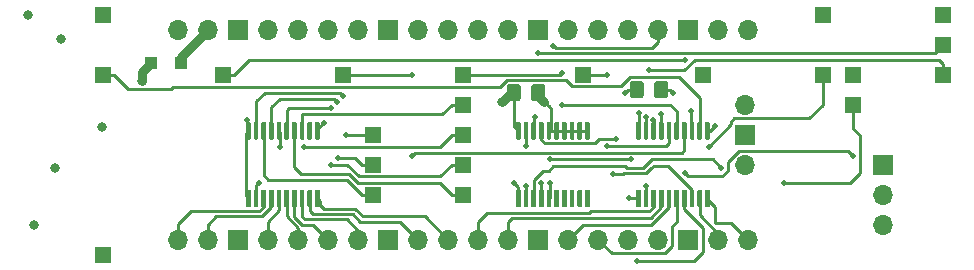
<source format=gbr>
G04 #@! TF.GenerationSoftware,KiCad,Pcbnew,5.1.5+dfsg1-2build2*
G04 #@! TF.CreationDate,2022-10-01T19:43:28+01:00*
G04 #@! TF.ProjectId,zx-memory-16-32,7a782d6d-656d-46f7-9279-2d31362d3332,rev?*
G04 #@! TF.SameCoordinates,Original*
G04 #@! TF.FileFunction,Copper,L4,Bot*
G04 #@! TF.FilePolarity,Positive*
%FSLAX46Y46*%
G04 Gerber Fmt 4.6, Leading zero omitted, Abs format (unit mm)*
G04 Created by KiCad (PCBNEW 5.1.5+dfsg1-2build2) date 2022-10-01 19:43:28*
%MOMM*%
%LPD*%
G04 APERTURE LIST*
%ADD10R,1.350000X1.350000*%
%ADD11O,1.700000X1.700000*%
%ADD12R,1.700000X1.700000*%
%ADD13C,0.100000*%
%ADD14R,1.000000X1.000000*%
%ADD15C,0.800000*%
%ADD16C,0.500000*%
%ADD17C,0.800000*%
%ADD18C,0.250000*%
G04 APERTURE END LIST*
D10*
X35560000Y-76200000D03*
X106680000Y-76200000D03*
X96520000Y-76200000D03*
X35560000Y-96520000D03*
X35560000Y-81280000D03*
X45720000Y-81280000D03*
X55880000Y-81280000D03*
X66040000Y-81280000D03*
X76200000Y-81280000D03*
X86360000Y-81280000D03*
X96520000Y-81280000D03*
X106680000Y-81280000D03*
X66040000Y-83820000D03*
X66040000Y-91440000D03*
X66040000Y-88900000D03*
X66040000Y-86360000D03*
X58420000Y-88900000D03*
X58420000Y-91440000D03*
X58420000Y-86360000D03*
X99060000Y-83820000D03*
X106680000Y-78740000D03*
X99060000Y-81280000D03*
D11*
X89940000Y-83820000D03*
D12*
X89940000Y-86360000D03*
D11*
X89940000Y-88900000D03*
X41910000Y-77470000D03*
X44450000Y-77470000D03*
D12*
X46990000Y-77470000D03*
D11*
X49530000Y-77470000D03*
X52070000Y-77470000D03*
X54610000Y-77470000D03*
X57150000Y-77470000D03*
D12*
X59690000Y-77470000D03*
D11*
X62230000Y-77470000D03*
X64770000Y-77470000D03*
X67310000Y-77470000D03*
X69850000Y-77470000D03*
D12*
X72390000Y-77470000D03*
D11*
X74930000Y-77470000D03*
X77470000Y-77470000D03*
X80010000Y-77470000D03*
X82550000Y-77470000D03*
D12*
X85090000Y-77470000D03*
D11*
X87630000Y-77470000D03*
X90170000Y-77470000D03*
X90170000Y-95250000D03*
X87630000Y-95250000D03*
D12*
X85090000Y-95250000D03*
D11*
X82550000Y-95250000D03*
X80010000Y-95250000D03*
X77470000Y-95250000D03*
X74930000Y-95250000D03*
D12*
X72390000Y-95250000D03*
D11*
X69850000Y-95250000D03*
X67310000Y-95250000D03*
X64770000Y-95250000D03*
X62230000Y-95250000D03*
D12*
X59690000Y-95250000D03*
D11*
X57150000Y-95250000D03*
X54610000Y-95250000D03*
X52070000Y-95250000D03*
X49530000Y-95250000D03*
D12*
X46990000Y-95250000D03*
D11*
X44450000Y-95250000D03*
X41910000Y-95250000D03*
G04 #@! TA.AperFunction,SMDPad,CuDef*
D13*
G36*
X47984802Y-91025482D02*
G01*
X47994509Y-91026921D01*
X48004028Y-91029306D01*
X48013268Y-91032612D01*
X48022140Y-91036808D01*
X48030557Y-91041853D01*
X48038439Y-91047699D01*
X48045711Y-91054289D01*
X48052301Y-91061561D01*
X48058147Y-91069443D01*
X48063192Y-91077860D01*
X48067388Y-91086732D01*
X48070694Y-91095972D01*
X48073079Y-91105491D01*
X48074518Y-91115198D01*
X48075000Y-91125000D01*
X48075000Y-92400000D01*
X48074518Y-92409802D01*
X48073079Y-92419509D01*
X48070694Y-92429028D01*
X48067388Y-92438268D01*
X48063192Y-92447140D01*
X48058147Y-92455557D01*
X48052301Y-92463439D01*
X48045711Y-92470711D01*
X48038439Y-92477301D01*
X48030557Y-92483147D01*
X48022140Y-92488192D01*
X48013268Y-92492388D01*
X48004028Y-92495694D01*
X47994509Y-92498079D01*
X47984802Y-92499518D01*
X47975000Y-92500000D01*
X47775000Y-92500000D01*
X47765198Y-92499518D01*
X47755491Y-92498079D01*
X47745972Y-92495694D01*
X47736732Y-92492388D01*
X47727860Y-92488192D01*
X47719443Y-92483147D01*
X47711561Y-92477301D01*
X47704289Y-92470711D01*
X47697699Y-92463439D01*
X47691853Y-92455557D01*
X47686808Y-92447140D01*
X47682612Y-92438268D01*
X47679306Y-92429028D01*
X47676921Y-92419509D01*
X47675482Y-92409802D01*
X47675000Y-92400000D01*
X47675000Y-91125000D01*
X47675482Y-91115198D01*
X47676921Y-91105491D01*
X47679306Y-91095972D01*
X47682612Y-91086732D01*
X47686808Y-91077860D01*
X47691853Y-91069443D01*
X47697699Y-91061561D01*
X47704289Y-91054289D01*
X47711561Y-91047699D01*
X47719443Y-91041853D01*
X47727860Y-91036808D01*
X47736732Y-91032612D01*
X47745972Y-91029306D01*
X47755491Y-91026921D01*
X47765198Y-91025482D01*
X47775000Y-91025000D01*
X47975000Y-91025000D01*
X47984802Y-91025482D01*
G37*
G04 #@! TD.AperFunction*
G04 #@! TA.AperFunction,SMDPad,CuDef*
G36*
X48634802Y-91025482D02*
G01*
X48644509Y-91026921D01*
X48654028Y-91029306D01*
X48663268Y-91032612D01*
X48672140Y-91036808D01*
X48680557Y-91041853D01*
X48688439Y-91047699D01*
X48695711Y-91054289D01*
X48702301Y-91061561D01*
X48708147Y-91069443D01*
X48713192Y-91077860D01*
X48717388Y-91086732D01*
X48720694Y-91095972D01*
X48723079Y-91105491D01*
X48724518Y-91115198D01*
X48725000Y-91125000D01*
X48725000Y-92400000D01*
X48724518Y-92409802D01*
X48723079Y-92419509D01*
X48720694Y-92429028D01*
X48717388Y-92438268D01*
X48713192Y-92447140D01*
X48708147Y-92455557D01*
X48702301Y-92463439D01*
X48695711Y-92470711D01*
X48688439Y-92477301D01*
X48680557Y-92483147D01*
X48672140Y-92488192D01*
X48663268Y-92492388D01*
X48654028Y-92495694D01*
X48644509Y-92498079D01*
X48634802Y-92499518D01*
X48625000Y-92500000D01*
X48425000Y-92500000D01*
X48415198Y-92499518D01*
X48405491Y-92498079D01*
X48395972Y-92495694D01*
X48386732Y-92492388D01*
X48377860Y-92488192D01*
X48369443Y-92483147D01*
X48361561Y-92477301D01*
X48354289Y-92470711D01*
X48347699Y-92463439D01*
X48341853Y-92455557D01*
X48336808Y-92447140D01*
X48332612Y-92438268D01*
X48329306Y-92429028D01*
X48326921Y-92419509D01*
X48325482Y-92409802D01*
X48325000Y-92400000D01*
X48325000Y-91125000D01*
X48325482Y-91115198D01*
X48326921Y-91105491D01*
X48329306Y-91095972D01*
X48332612Y-91086732D01*
X48336808Y-91077860D01*
X48341853Y-91069443D01*
X48347699Y-91061561D01*
X48354289Y-91054289D01*
X48361561Y-91047699D01*
X48369443Y-91041853D01*
X48377860Y-91036808D01*
X48386732Y-91032612D01*
X48395972Y-91029306D01*
X48405491Y-91026921D01*
X48415198Y-91025482D01*
X48425000Y-91025000D01*
X48625000Y-91025000D01*
X48634802Y-91025482D01*
G37*
G04 #@! TD.AperFunction*
G04 #@! TA.AperFunction,SMDPad,CuDef*
G36*
X49284802Y-91025482D02*
G01*
X49294509Y-91026921D01*
X49304028Y-91029306D01*
X49313268Y-91032612D01*
X49322140Y-91036808D01*
X49330557Y-91041853D01*
X49338439Y-91047699D01*
X49345711Y-91054289D01*
X49352301Y-91061561D01*
X49358147Y-91069443D01*
X49363192Y-91077860D01*
X49367388Y-91086732D01*
X49370694Y-91095972D01*
X49373079Y-91105491D01*
X49374518Y-91115198D01*
X49375000Y-91125000D01*
X49375000Y-92400000D01*
X49374518Y-92409802D01*
X49373079Y-92419509D01*
X49370694Y-92429028D01*
X49367388Y-92438268D01*
X49363192Y-92447140D01*
X49358147Y-92455557D01*
X49352301Y-92463439D01*
X49345711Y-92470711D01*
X49338439Y-92477301D01*
X49330557Y-92483147D01*
X49322140Y-92488192D01*
X49313268Y-92492388D01*
X49304028Y-92495694D01*
X49294509Y-92498079D01*
X49284802Y-92499518D01*
X49275000Y-92500000D01*
X49075000Y-92500000D01*
X49065198Y-92499518D01*
X49055491Y-92498079D01*
X49045972Y-92495694D01*
X49036732Y-92492388D01*
X49027860Y-92488192D01*
X49019443Y-92483147D01*
X49011561Y-92477301D01*
X49004289Y-92470711D01*
X48997699Y-92463439D01*
X48991853Y-92455557D01*
X48986808Y-92447140D01*
X48982612Y-92438268D01*
X48979306Y-92429028D01*
X48976921Y-92419509D01*
X48975482Y-92409802D01*
X48975000Y-92400000D01*
X48975000Y-91125000D01*
X48975482Y-91115198D01*
X48976921Y-91105491D01*
X48979306Y-91095972D01*
X48982612Y-91086732D01*
X48986808Y-91077860D01*
X48991853Y-91069443D01*
X48997699Y-91061561D01*
X49004289Y-91054289D01*
X49011561Y-91047699D01*
X49019443Y-91041853D01*
X49027860Y-91036808D01*
X49036732Y-91032612D01*
X49045972Y-91029306D01*
X49055491Y-91026921D01*
X49065198Y-91025482D01*
X49075000Y-91025000D01*
X49275000Y-91025000D01*
X49284802Y-91025482D01*
G37*
G04 #@! TD.AperFunction*
G04 #@! TA.AperFunction,SMDPad,CuDef*
G36*
X49934802Y-91025482D02*
G01*
X49944509Y-91026921D01*
X49954028Y-91029306D01*
X49963268Y-91032612D01*
X49972140Y-91036808D01*
X49980557Y-91041853D01*
X49988439Y-91047699D01*
X49995711Y-91054289D01*
X50002301Y-91061561D01*
X50008147Y-91069443D01*
X50013192Y-91077860D01*
X50017388Y-91086732D01*
X50020694Y-91095972D01*
X50023079Y-91105491D01*
X50024518Y-91115198D01*
X50025000Y-91125000D01*
X50025000Y-92400000D01*
X50024518Y-92409802D01*
X50023079Y-92419509D01*
X50020694Y-92429028D01*
X50017388Y-92438268D01*
X50013192Y-92447140D01*
X50008147Y-92455557D01*
X50002301Y-92463439D01*
X49995711Y-92470711D01*
X49988439Y-92477301D01*
X49980557Y-92483147D01*
X49972140Y-92488192D01*
X49963268Y-92492388D01*
X49954028Y-92495694D01*
X49944509Y-92498079D01*
X49934802Y-92499518D01*
X49925000Y-92500000D01*
X49725000Y-92500000D01*
X49715198Y-92499518D01*
X49705491Y-92498079D01*
X49695972Y-92495694D01*
X49686732Y-92492388D01*
X49677860Y-92488192D01*
X49669443Y-92483147D01*
X49661561Y-92477301D01*
X49654289Y-92470711D01*
X49647699Y-92463439D01*
X49641853Y-92455557D01*
X49636808Y-92447140D01*
X49632612Y-92438268D01*
X49629306Y-92429028D01*
X49626921Y-92419509D01*
X49625482Y-92409802D01*
X49625000Y-92400000D01*
X49625000Y-91125000D01*
X49625482Y-91115198D01*
X49626921Y-91105491D01*
X49629306Y-91095972D01*
X49632612Y-91086732D01*
X49636808Y-91077860D01*
X49641853Y-91069443D01*
X49647699Y-91061561D01*
X49654289Y-91054289D01*
X49661561Y-91047699D01*
X49669443Y-91041853D01*
X49677860Y-91036808D01*
X49686732Y-91032612D01*
X49695972Y-91029306D01*
X49705491Y-91026921D01*
X49715198Y-91025482D01*
X49725000Y-91025000D01*
X49925000Y-91025000D01*
X49934802Y-91025482D01*
G37*
G04 #@! TD.AperFunction*
G04 #@! TA.AperFunction,SMDPad,CuDef*
G36*
X50584802Y-91025482D02*
G01*
X50594509Y-91026921D01*
X50604028Y-91029306D01*
X50613268Y-91032612D01*
X50622140Y-91036808D01*
X50630557Y-91041853D01*
X50638439Y-91047699D01*
X50645711Y-91054289D01*
X50652301Y-91061561D01*
X50658147Y-91069443D01*
X50663192Y-91077860D01*
X50667388Y-91086732D01*
X50670694Y-91095972D01*
X50673079Y-91105491D01*
X50674518Y-91115198D01*
X50675000Y-91125000D01*
X50675000Y-92400000D01*
X50674518Y-92409802D01*
X50673079Y-92419509D01*
X50670694Y-92429028D01*
X50667388Y-92438268D01*
X50663192Y-92447140D01*
X50658147Y-92455557D01*
X50652301Y-92463439D01*
X50645711Y-92470711D01*
X50638439Y-92477301D01*
X50630557Y-92483147D01*
X50622140Y-92488192D01*
X50613268Y-92492388D01*
X50604028Y-92495694D01*
X50594509Y-92498079D01*
X50584802Y-92499518D01*
X50575000Y-92500000D01*
X50375000Y-92500000D01*
X50365198Y-92499518D01*
X50355491Y-92498079D01*
X50345972Y-92495694D01*
X50336732Y-92492388D01*
X50327860Y-92488192D01*
X50319443Y-92483147D01*
X50311561Y-92477301D01*
X50304289Y-92470711D01*
X50297699Y-92463439D01*
X50291853Y-92455557D01*
X50286808Y-92447140D01*
X50282612Y-92438268D01*
X50279306Y-92429028D01*
X50276921Y-92419509D01*
X50275482Y-92409802D01*
X50275000Y-92400000D01*
X50275000Y-91125000D01*
X50275482Y-91115198D01*
X50276921Y-91105491D01*
X50279306Y-91095972D01*
X50282612Y-91086732D01*
X50286808Y-91077860D01*
X50291853Y-91069443D01*
X50297699Y-91061561D01*
X50304289Y-91054289D01*
X50311561Y-91047699D01*
X50319443Y-91041853D01*
X50327860Y-91036808D01*
X50336732Y-91032612D01*
X50345972Y-91029306D01*
X50355491Y-91026921D01*
X50365198Y-91025482D01*
X50375000Y-91025000D01*
X50575000Y-91025000D01*
X50584802Y-91025482D01*
G37*
G04 #@! TD.AperFunction*
G04 #@! TA.AperFunction,SMDPad,CuDef*
G36*
X51234802Y-91025482D02*
G01*
X51244509Y-91026921D01*
X51254028Y-91029306D01*
X51263268Y-91032612D01*
X51272140Y-91036808D01*
X51280557Y-91041853D01*
X51288439Y-91047699D01*
X51295711Y-91054289D01*
X51302301Y-91061561D01*
X51308147Y-91069443D01*
X51313192Y-91077860D01*
X51317388Y-91086732D01*
X51320694Y-91095972D01*
X51323079Y-91105491D01*
X51324518Y-91115198D01*
X51325000Y-91125000D01*
X51325000Y-92400000D01*
X51324518Y-92409802D01*
X51323079Y-92419509D01*
X51320694Y-92429028D01*
X51317388Y-92438268D01*
X51313192Y-92447140D01*
X51308147Y-92455557D01*
X51302301Y-92463439D01*
X51295711Y-92470711D01*
X51288439Y-92477301D01*
X51280557Y-92483147D01*
X51272140Y-92488192D01*
X51263268Y-92492388D01*
X51254028Y-92495694D01*
X51244509Y-92498079D01*
X51234802Y-92499518D01*
X51225000Y-92500000D01*
X51025000Y-92500000D01*
X51015198Y-92499518D01*
X51005491Y-92498079D01*
X50995972Y-92495694D01*
X50986732Y-92492388D01*
X50977860Y-92488192D01*
X50969443Y-92483147D01*
X50961561Y-92477301D01*
X50954289Y-92470711D01*
X50947699Y-92463439D01*
X50941853Y-92455557D01*
X50936808Y-92447140D01*
X50932612Y-92438268D01*
X50929306Y-92429028D01*
X50926921Y-92419509D01*
X50925482Y-92409802D01*
X50925000Y-92400000D01*
X50925000Y-91125000D01*
X50925482Y-91115198D01*
X50926921Y-91105491D01*
X50929306Y-91095972D01*
X50932612Y-91086732D01*
X50936808Y-91077860D01*
X50941853Y-91069443D01*
X50947699Y-91061561D01*
X50954289Y-91054289D01*
X50961561Y-91047699D01*
X50969443Y-91041853D01*
X50977860Y-91036808D01*
X50986732Y-91032612D01*
X50995972Y-91029306D01*
X51005491Y-91026921D01*
X51015198Y-91025482D01*
X51025000Y-91025000D01*
X51225000Y-91025000D01*
X51234802Y-91025482D01*
G37*
G04 #@! TD.AperFunction*
G04 #@! TA.AperFunction,SMDPad,CuDef*
G36*
X51884802Y-91025482D02*
G01*
X51894509Y-91026921D01*
X51904028Y-91029306D01*
X51913268Y-91032612D01*
X51922140Y-91036808D01*
X51930557Y-91041853D01*
X51938439Y-91047699D01*
X51945711Y-91054289D01*
X51952301Y-91061561D01*
X51958147Y-91069443D01*
X51963192Y-91077860D01*
X51967388Y-91086732D01*
X51970694Y-91095972D01*
X51973079Y-91105491D01*
X51974518Y-91115198D01*
X51975000Y-91125000D01*
X51975000Y-92400000D01*
X51974518Y-92409802D01*
X51973079Y-92419509D01*
X51970694Y-92429028D01*
X51967388Y-92438268D01*
X51963192Y-92447140D01*
X51958147Y-92455557D01*
X51952301Y-92463439D01*
X51945711Y-92470711D01*
X51938439Y-92477301D01*
X51930557Y-92483147D01*
X51922140Y-92488192D01*
X51913268Y-92492388D01*
X51904028Y-92495694D01*
X51894509Y-92498079D01*
X51884802Y-92499518D01*
X51875000Y-92500000D01*
X51675000Y-92500000D01*
X51665198Y-92499518D01*
X51655491Y-92498079D01*
X51645972Y-92495694D01*
X51636732Y-92492388D01*
X51627860Y-92488192D01*
X51619443Y-92483147D01*
X51611561Y-92477301D01*
X51604289Y-92470711D01*
X51597699Y-92463439D01*
X51591853Y-92455557D01*
X51586808Y-92447140D01*
X51582612Y-92438268D01*
X51579306Y-92429028D01*
X51576921Y-92419509D01*
X51575482Y-92409802D01*
X51575000Y-92400000D01*
X51575000Y-91125000D01*
X51575482Y-91115198D01*
X51576921Y-91105491D01*
X51579306Y-91095972D01*
X51582612Y-91086732D01*
X51586808Y-91077860D01*
X51591853Y-91069443D01*
X51597699Y-91061561D01*
X51604289Y-91054289D01*
X51611561Y-91047699D01*
X51619443Y-91041853D01*
X51627860Y-91036808D01*
X51636732Y-91032612D01*
X51645972Y-91029306D01*
X51655491Y-91026921D01*
X51665198Y-91025482D01*
X51675000Y-91025000D01*
X51875000Y-91025000D01*
X51884802Y-91025482D01*
G37*
G04 #@! TD.AperFunction*
G04 #@! TA.AperFunction,SMDPad,CuDef*
G36*
X52534802Y-91025482D02*
G01*
X52544509Y-91026921D01*
X52554028Y-91029306D01*
X52563268Y-91032612D01*
X52572140Y-91036808D01*
X52580557Y-91041853D01*
X52588439Y-91047699D01*
X52595711Y-91054289D01*
X52602301Y-91061561D01*
X52608147Y-91069443D01*
X52613192Y-91077860D01*
X52617388Y-91086732D01*
X52620694Y-91095972D01*
X52623079Y-91105491D01*
X52624518Y-91115198D01*
X52625000Y-91125000D01*
X52625000Y-92400000D01*
X52624518Y-92409802D01*
X52623079Y-92419509D01*
X52620694Y-92429028D01*
X52617388Y-92438268D01*
X52613192Y-92447140D01*
X52608147Y-92455557D01*
X52602301Y-92463439D01*
X52595711Y-92470711D01*
X52588439Y-92477301D01*
X52580557Y-92483147D01*
X52572140Y-92488192D01*
X52563268Y-92492388D01*
X52554028Y-92495694D01*
X52544509Y-92498079D01*
X52534802Y-92499518D01*
X52525000Y-92500000D01*
X52325000Y-92500000D01*
X52315198Y-92499518D01*
X52305491Y-92498079D01*
X52295972Y-92495694D01*
X52286732Y-92492388D01*
X52277860Y-92488192D01*
X52269443Y-92483147D01*
X52261561Y-92477301D01*
X52254289Y-92470711D01*
X52247699Y-92463439D01*
X52241853Y-92455557D01*
X52236808Y-92447140D01*
X52232612Y-92438268D01*
X52229306Y-92429028D01*
X52226921Y-92419509D01*
X52225482Y-92409802D01*
X52225000Y-92400000D01*
X52225000Y-91125000D01*
X52225482Y-91115198D01*
X52226921Y-91105491D01*
X52229306Y-91095972D01*
X52232612Y-91086732D01*
X52236808Y-91077860D01*
X52241853Y-91069443D01*
X52247699Y-91061561D01*
X52254289Y-91054289D01*
X52261561Y-91047699D01*
X52269443Y-91041853D01*
X52277860Y-91036808D01*
X52286732Y-91032612D01*
X52295972Y-91029306D01*
X52305491Y-91026921D01*
X52315198Y-91025482D01*
X52325000Y-91025000D01*
X52525000Y-91025000D01*
X52534802Y-91025482D01*
G37*
G04 #@! TD.AperFunction*
G04 #@! TA.AperFunction,SMDPad,CuDef*
G36*
X53184802Y-91025482D02*
G01*
X53194509Y-91026921D01*
X53204028Y-91029306D01*
X53213268Y-91032612D01*
X53222140Y-91036808D01*
X53230557Y-91041853D01*
X53238439Y-91047699D01*
X53245711Y-91054289D01*
X53252301Y-91061561D01*
X53258147Y-91069443D01*
X53263192Y-91077860D01*
X53267388Y-91086732D01*
X53270694Y-91095972D01*
X53273079Y-91105491D01*
X53274518Y-91115198D01*
X53275000Y-91125000D01*
X53275000Y-92400000D01*
X53274518Y-92409802D01*
X53273079Y-92419509D01*
X53270694Y-92429028D01*
X53267388Y-92438268D01*
X53263192Y-92447140D01*
X53258147Y-92455557D01*
X53252301Y-92463439D01*
X53245711Y-92470711D01*
X53238439Y-92477301D01*
X53230557Y-92483147D01*
X53222140Y-92488192D01*
X53213268Y-92492388D01*
X53204028Y-92495694D01*
X53194509Y-92498079D01*
X53184802Y-92499518D01*
X53175000Y-92500000D01*
X52975000Y-92500000D01*
X52965198Y-92499518D01*
X52955491Y-92498079D01*
X52945972Y-92495694D01*
X52936732Y-92492388D01*
X52927860Y-92488192D01*
X52919443Y-92483147D01*
X52911561Y-92477301D01*
X52904289Y-92470711D01*
X52897699Y-92463439D01*
X52891853Y-92455557D01*
X52886808Y-92447140D01*
X52882612Y-92438268D01*
X52879306Y-92429028D01*
X52876921Y-92419509D01*
X52875482Y-92409802D01*
X52875000Y-92400000D01*
X52875000Y-91125000D01*
X52875482Y-91115198D01*
X52876921Y-91105491D01*
X52879306Y-91095972D01*
X52882612Y-91086732D01*
X52886808Y-91077860D01*
X52891853Y-91069443D01*
X52897699Y-91061561D01*
X52904289Y-91054289D01*
X52911561Y-91047699D01*
X52919443Y-91041853D01*
X52927860Y-91036808D01*
X52936732Y-91032612D01*
X52945972Y-91029306D01*
X52955491Y-91026921D01*
X52965198Y-91025482D01*
X52975000Y-91025000D01*
X53175000Y-91025000D01*
X53184802Y-91025482D01*
G37*
G04 #@! TD.AperFunction*
G04 #@! TA.AperFunction,SMDPad,CuDef*
G36*
X53834802Y-91025482D02*
G01*
X53844509Y-91026921D01*
X53854028Y-91029306D01*
X53863268Y-91032612D01*
X53872140Y-91036808D01*
X53880557Y-91041853D01*
X53888439Y-91047699D01*
X53895711Y-91054289D01*
X53902301Y-91061561D01*
X53908147Y-91069443D01*
X53913192Y-91077860D01*
X53917388Y-91086732D01*
X53920694Y-91095972D01*
X53923079Y-91105491D01*
X53924518Y-91115198D01*
X53925000Y-91125000D01*
X53925000Y-92400000D01*
X53924518Y-92409802D01*
X53923079Y-92419509D01*
X53920694Y-92429028D01*
X53917388Y-92438268D01*
X53913192Y-92447140D01*
X53908147Y-92455557D01*
X53902301Y-92463439D01*
X53895711Y-92470711D01*
X53888439Y-92477301D01*
X53880557Y-92483147D01*
X53872140Y-92488192D01*
X53863268Y-92492388D01*
X53854028Y-92495694D01*
X53844509Y-92498079D01*
X53834802Y-92499518D01*
X53825000Y-92500000D01*
X53625000Y-92500000D01*
X53615198Y-92499518D01*
X53605491Y-92498079D01*
X53595972Y-92495694D01*
X53586732Y-92492388D01*
X53577860Y-92488192D01*
X53569443Y-92483147D01*
X53561561Y-92477301D01*
X53554289Y-92470711D01*
X53547699Y-92463439D01*
X53541853Y-92455557D01*
X53536808Y-92447140D01*
X53532612Y-92438268D01*
X53529306Y-92429028D01*
X53526921Y-92419509D01*
X53525482Y-92409802D01*
X53525000Y-92400000D01*
X53525000Y-91125000D01*
X53525482Y-91115198D01*
X53526921Y-91105491D01*
X53529306Y-91095972D01*
X53532612Y-91086732D01*
X53536808Y-91077860D01*
X53541853Y-91069443D01*
X53547699Y-91061561D01*
X53554289Y-91054289D01*
X53561561Y-91047699D01*
X53569443Y-91041853D01*
X53577860Y-91036808D01*
X53586732Y-91032612D01*
X53595972Y-91029306D01*
X53605491Y-91026921D01*
X53615198Y-91025482D01*
X53625000Y-91025000D01*
X53825000Y-91025000D01*
X53834802Y-91025482D01*
G37*
G04 #@! TD.AperFunction*
G04 #@! TA.AperFunction,SMDPad,CuDef*
G36*
X53834802Y-85300482D02*
G01*
X53844509Y-85301921D01*
X53854028Y-85304306D01*
X53863268Y-85307612D01*
X53872140Y-85311808D01*
X53880557Y-85316853D01*
X53888439Y-85322699D01*
X53895711Y-85329289D01*
X53902301Y-85336561D01*
X53908147Y-85344443D01*
X53913192Y-85352860D01*
X53917388Y-85361732D01*
X53920694Y-85370972D01*
X53923079Y-85380491D01*
X53924518Y-85390198D01*
X53925000Y-85400000D01*
X53925000Y-86675000D01*
X53924518Y-86684802D01*
X53923079Y-86694509D01*
X53920694Y-86704028D01*
X53917388Y-86713268D01*
X53913192Y-86722140D01*
X53908147Y-86730557D01*
X53902301Y-86738439D01*
X53895711Y-86745711D01*
X53888439Y-86752301D01*
X53880557Y-86758147D01*
X53872140Y-86763192D01*
X53863268Y-86767388D01*
X53854028Y-86770694D01*
X53844509Y-86773079D01*
X53834802Y-86774518D01*
X53825000Y-86775000D01*
X53625000Y-86775000D01*
X53615198Y-86774518D01*
X53605491Y-86773079D01*
X53595972Y-86770694D01*
X53586732Y-86767388D01*
X53577860Y-86763192D01*
X53569443Y-86758147D01*
X53561561Y-86752301D01*
X53554289Y-86745711D01*
X53547699Y-86738439D01*
X53541853Y-86730557D01*
X53536808Y-86722140D01*
X53532612Y-86713268D01*
X53529306Y-86704028D01*
X53526921Y-86694509D01*
X53525482Y-86684802D01*
X53525000Y-86675000D01*
X53525000Y-85400000D01*
X53525482Y-85390198D01*
X53526921Y-85380491D01*
X53529306Y-85370972D01*
X53532612Y-85361732D01*
X53536808Y-85352860D01*
X53541853Y-85344443D01*
X53547699Y-85336561D01*
X53554289Y-85329289D01*
X53561561Y-85322699D01*
X53569443Y-85316853D01*
X53577860Y-85311808D01*
X53586732Y-85307612D01*
X53595972Y-85304306D01*
X53605491Y-85301921D01*
X53615198Y-85300482D01*
X53625000Y-85300000D01*
X53825000Y-85300000D01*
X53834802Y-85300482D01*
G37*
G04 #@! TD.AperFunction*
G04 #@! TA.AperFunction,SMDPad,CuDef*
G36*
X53184802Y-85300482D02*
G01*
X53194509Y-85301921D01*
X53204028Y-85304306D01*
X53213268Y-85307612D01*
X53222140Y-85311808D01*
X53230557Y-85316853D01*
X53238439Y-85322699D01*
X53245711Y-85329289D01*
X53252301Y-85336561D01*
X53258147Y-85344443D01*
X53263192Y-85352860D01*
X53267388Y-85361732D01*
X53270694Y-85370972D01*
X53273079Y-85380491D01*
X53274518Y-85390198D01*
X53275000Y-85400000D01*
X53275000Y-86675000D01*
X53274518Y-86684802D01*
X53273079Y-86694509D01*
X53270694Y-86704028D01*
X53267388Y-86713268D01*
X53263192Y-86722140D01*
X53258147Y-86730557D01*
X53252301Y-86738439D01*
X53245711Y-86745711D01*
X53238439Y-86752301D01*
X53230557Y-86758147D01*
X53222140Y-86763192D01*
X53213268Y-86767388D01*
X53204028Y-86770694D01*
X53194509Y-86773079D01*
X53184802Y-86774518D01*
X53175000Y-86775000D01*
X52975000Y-86775000D01*
X52965198Y-86774518D01*
X52955491Y-86773079D01*
X52945972Y-86770694D01*
X52936732Y-86767388D01*
X52927860Y-86763192D01*
X52919443Y-86758147D01*
X52911561Y-86752301D01*
X52904289Y-86745711D01*
X52897699Y-86738439D01*
X52891853Y-86730557D01*
X52886808Y-86722140D01*
X52882612Y-86713268D01*
X52879306Y-86704028D01*
X52876921Y-86694509D01*
X52875482Y-86684802D01*
X52875000Y-86675000D01*
X52875000Y-85400000D01*
X52875482Y-85390198D01*
X52876921Y-85380491D01*
X52879306Y-85370972D01*
X52882612Y-85361732D01*
X52886808Y-85352860D01*
X52891853Y-85344443D01*
X52897699Y-85336561D01*
X52904289Y-85329289D01*
X52911561Y-85322699D01*
X52919443Y-85316853D01*
X52927860Y-85311808D01*
X52936732Y-85307612D01*
X52945972Y-85304306D01*
X52955491Y-85301921D01*
X52965198Y-85300482D01*
X52975000Y-85300000D01*
X53175000Y-85300000D01*
X53184802Y-85300482D01*
G37*
G04 #@! TD.AperFunction*
G04 #@! TA.AperFunction,SMDPad,CuDef*
G36*
X52534802Y-85300482D02*
G01*
X52544509Y-85301921D01*
X52554028Y-85304306D01*
X52563268Y-85307612D01*
X52572140Y-85311808D01*
X52580557Y-85316853D01*
X52588439Y-85322699D01*
X52595711Y-85329289D01*
X52602301Y-85336561D01*
X52608147Y-85344443D01*
X52613192Y-85352860D01*
X52617388Y-85361732D01*
X52620694Y-85370972D01*
X52623079Y-85380491D01*
X52624518Y-85390198D01*
X52625000Y-85400000D01*
X52625000Y-86675000D01*
X52624518Y-86684802D01*
X52623079Y-86694509D01*
X52620694Y-86704028D01*
X52617388Y-86713268D01*
X52613192Y-86722140D01*
X52608147Y-86730557D01*
X52602301Y-86738439D01*
X52595711Y-86745711D01*
X52588439Y-86752301D01*
X52580557Y-86758147D01*
X52572140Y-86763192D01*
X52563268Y-86767388D01*
X52554028Y-86770694D01*
X52544509Y-86773079D01*
X52534802Y-86774518D01*
X52525000Y-86775000D01*
X52325000Y-86775000D01*
X52315198Y-86774518D01*
X52305491Y-86773079D01*
X52295972Y-86770694D01*
X52286732Y-86767388D01*
X52277860Y-86763192D01*
X52269443Y-86758147D01*
X52261561Y-86752301D01*
X52254289Y-86745711D01*
X52247699Y-86738439D01*
X52241853Y-86730557D01*
X52236808Y-86722140D01*
X52232612Y-86713268D01*
X52229306Y-86704028D01*
X52226921Y-86694509D01*
X52225482Y-86684802D01*
X52225000Y-86675000D01*
X52225000Y-85400000D01*
X52225482Y-85390198D01*
X52226921Y-85380491D01*
X52229306Y-85370972D01*
X52232612Y-85361732D01*
X52236808Y-85352860D01*
X52241853Y-85344443D01*
X52247699Y-85336561D01*
X52254289Y-85329289D01*
X52261561Y-85322699D01*
X52269443Y-85316853D01*
X52277860Y-85311808D01*
X52286732Y-85307612D01*
X52295972Y-85304306D01*
X52305491Y-85301921D01*
X52315198Y-85300482D01*
X52325000Y-85300000D01*
X52525000Y-85300000D01*
X52534802Y-85300482D01*
G37*
G04 #@! TD.AperFunction*
G04 #@! TA.AperFunction,SMDPad,CuDef*
G36*
X51884802Y-85300482D02*
G01*
X51894509Y-85301921D01*
X51904028Y-85304306D01*
X51913268Y-85307612D01*
X51922140Y-85311808D01*
X51930557Y-85316853D01*
X51938439Y-85322699D01*
X51945711Y-85329289D01*
X51952301Y-85336561D01*
X51958147Y-85344443D01*
X51963192Y-85352860D01*
X51967388Y-85361732D01*
X51970694Y-85370972D01*
X51973079Y-85380491D01*
X51974518Y-85390198D01*
X51975000Y-85400000D01*
X51975000Y-86675000D01*
X51974518Y-86684802D01*
X51973079Y-86694509D01*
X51970694Y-86704028D01*
X51967388Y-86713268D01*
X51963192Y-86722140D01*
X51958147Y-86730557D01*
X51952301Y-86738439D01*
X51945711Y-86745711D01*
X51938439Y-86752301D01*
X51930557Y-86758147D01*
X51922140Y-86763192D01*
X51913268Y-86767388D01*
X51904028Y-86770694D01*
X51894509Y-86773079D01*
X51884802Y-86774518D01*
X51875000Y-86775000D01*
X51675000Y-86775000D01*
X51665198Y-86774518D01*
X51655491Y-86773079D01*
X51645972Y-86770694D01*
X51636732Y-86767388D01*
X51627860Y-86763192D01*
X51619443Y-86758147D01*
X51611561Y-86752301D01*
X51604289Y-86745711D01*
X51597699Y-86738439D01*
X51591853Y-86730557D01*
X51586808Y-86722140D01*
X51582612Y-86713268D01*
X51579306Y-86704028D01*
X51576921Y-86694509D01*
X51575482Y-86684802D01*
X51575000Y-86675000D01*
X51575000Y-85400000D01*
X51575482Y-85390198D01*
X51576921Y-85380491D01*
X51579306Y-85370972D01*
X51582612Y-85361732D01*
X51586808Y-85352860D01*
X51591853Y-85344443D01*
X51597699Y-85336561D01*
X51604289Y-85329289D01*
X51611561Y-85322699D01*
X51619443Y-85316853D01*
X51627860Y-85311808D01*
X51636732Y-85307612D01*
X51645972Y-85304306D01*
X51655491Y-85301921D01*
X51665198Y-85300482D01*
X51675000Y-85300000D01*
X51875000Y-85300000D01*
X51884802Y-85300482D01*
G37*
G04 #@! TD.AperFunction*
G04 #@! TA.AperFunction,SMDPad,CuDef*
G36*
X51234802Y-85300482D02*
G01*
X51244509Y-85301921D01*
X51254028Y-85304306D01*
X51263268Y-85307612D01*
X51272140Y-85311808D01*
X51280557Y-85316853D01*
X51288439Y-85322699D01*
X51295711Y-85329289D01*
X51302301Y-85336561D01*
X51308147Y-85344443D01*
X51313192Y-85352860D01*
X51317388Y-85361732D01*
X51320694Y-85370972D01*
X51323079Y-85380491D01*
X51324518Y-85390198D01*
X51325000Y-85400000D01*
X51325000Y-86675000D01*
X51324518Y-86684802D01*
X51323079Y-86694509D01*
X51320694Y-86704028D01*
X51317388Y-86713268D01*
X51313192Y-86722140D01*
X51308147Y-86730557D01*
X51302301Y-86738439D01*
X51295711Y-86745711D01*
X51288439Y-86752301D01*
X51280557Y-86758147D01*
X51272140Y-86763192D01*
X51263268Y-86767388D01*
X51254028Y-86770694D01*
X51244509Y-86773079D01*
X51234802Y-86774518D01*
X51225000Y-86775000D01*
X51025000Y-86775000D01*
X51015198Y-86774518D01*
X51005491Y-86773079D01*
X50995972Y-86770694D01*
X50986732Y-86767388D01*
X50977860Y-86763192D01*
X50969443Y-86758147D01*
X50961561Y-86752301D01*
X50954289Y-86745711D01*
X50947699Y-86738439D01*
X50941853Y-86730557D01*
X50936808Y-86722140D01*
X50932612Y-86713268D01*
X50929306Y-86704028D01*
X50926921Y-86694509D01*
X50925482Y-86684802D01*
X50925000Y-86675000D01*
X50925000Y-85400000D01*
X50925482Y-85390198D01*
X50926921Y-85380491D01*
X50929306Y-85370972D01*
X50932612Y-85361732D01*
X50936808Y-85352860D01*
X50941853Y-85344443D01*
X50947699Y-85336561D01*
X50954289Y-85329289D01*
X50961561Y-85322699D01*
X50969443Y-85316853D01*
X50977860Y-85311808D01*
X50986732Y-85307612D01*
X50995972Y-85304306D01*
X51005491Y-85301921D01*
X51015198Y-85300482D01*
X51025000Y-85300000D01*
X51225000Y-85300000D01*
X51234802Y-85300482D01*
G37*
G04 #@! TD.AperFunction*
G04 #@! TA.AperFunction,SMDPad,CuDef*
G36*
X50584802Y-85300482D02*
G01*
X50594509Y-85301921D01*
X50604028Y-85304306D01*
X50613268Y-85307612D01*
X50622140Y-85311808D01*
X50630557Y-85316853D01*
X50638439Y-85322699D01*
X50645711Y-85329289D01*
X50652301Y-85336561D01*
X50658147Y-85344443D01*
X50663192Y-85352860D01*
X50667388Y-85361732D01*
X50670694Y-85370972D01*
X50673079Y-85380491D01*
X50674518Y-85390198D01*
X50675000Y-85400000D01*
X50675000Y-86675000D01*
X50674518Y-86684802D01*
X50673079Y-86694509D01*
X50670694Y-86704028D01*
X50667388Y-86713268D01*
X50663192Y-86722140D01*
X50658147Y-86730557D01*
X50652301Y-86738439D01*
X50645711Y-86745711D01*
X50638439Y-86752301D01*
X50630557Y-86758147D01*
X50622140Y-86763192D01*
X50613268Y-86767388D01*
X50604028Y-86770694D01*
X50594509Y-86773079D01*
X50584802Y-86774518D01*
X50575000Y-86775000D01*
X50375000Y-86775000D01*
X50365198Y-86774518D01*
X50355491Y-86773079D01*
X50345972Y-86770694D01*
X50336732Y-86767388D01*
X50327860Y-86763192D01*
X50319443Y-86758147D01*
X50311561Y-86752301D01*
X50304289Y-86745711D01*
X50297699Y-86738439D01*
X50291853Y-86730557D01*
X50286808Y-86722140D01*
X50282612Y-86713268D01*
X50279306Y-86704028D01*
X50276921Y-86694509D01*
X50275482Y-86684802D01*
X50275000Y-86675000D01*
X50275000Y-85400000D01*
X50275482Y-85390198D01*
X50276921Y-85380491D01*
X50279306Y-85370972D01*
X50282612Y-85361732D01*
X50286808Y-85352860D01*
X50291853Y-85344443D01*
X50297699Y-85336561D01*
X50304289Y-85329289D01*
X50311561Y-85322699D01*
X50319443Y-85316853D01*
X50327860Y-85311808D01*
X50336732Y-85307612D01*
X50345972Y-85304306D01*
X50355491Y-85301921D01*
X50365198Y-85300482D01*
X50375000Y-85300000D01*
X50575000Y-85300000D01*
X50584802Y-85300482D01*
G37*
G04 #@! TD.AperFunction*
G04 #@! TA.AperFunction,SMDPad,CuDef*
G36*
X49934802Y-85300482D02*
G01*
X49944509Y-85301921D01*
X49954028Y-85304306D01*
X49963268Y-85307612D01*
X49972140Y-85311808D01*
X49980557Y-85316853D01*
X49988439Y-85322699D01*
X49995711Y-85329289D01*
X50002301Y-85336561D01*
X50008147Y-85344443D01*
X50013192Y-85352860D01*
X50017388Y-85361732D01*
X50020694Y-85370972D01*
X50023079Y-85380491D01*
X50024518Y-85390198D01*
X50025000Y-85400000D01*
X50025000Y-86675000D01*
X50024518Y-86684802D01*
X50023079Y-86694509D01*
X50020694Y-86704028D01*
X50017388Y-86713268D01*
X50013192Y-86722140D01*
X50008147Y-86730557D01*
X50002301Y-86738439D01*
X49995711Y-86745711D01*
X49988439Y-86752301D01*
X49980557Y-86758147D01*
X49972140Y-86763192D01*
X49963268Y-86767388D01*
X49954028Y-86770694D01*
X49944509Y-86773079D01*
X49934802Y-86774518D01*
X49925000Y-86775000D01*
X49725000Y-86775000D01*
X49715198Y-86774518D01*
X49705491Y-86773079D01*
X49695972Y-86770694D01*
X49686732Y-86767388D01*
X49677860Y-86763192D01*
X49669443Y-86758147D01*
X49661561Y-86752301D01*
X49654289Y-86745711D01*
X49647699Y-86738439D01*
X49641853Y-86730557D01*
X49636808Y-86722140D01*
X49632612Y-86713268D01*
X49629306Y-86704028D01*
X49626921Y-86694509D01*
X49625482Y-86684802D01*
X49625000Y-86675000D01*
X49625000Y-85400000D01*
X49625482Y-85390198D01*
X49626921Y-85380491D01*
X49629306Y-85370972D01*
X49632612Y-85361732D01*
X49636808Y-85352860D01*
X49641853Y-85344443D01*
X49647699Y-85336561D01*
X49654289Y-85329289D01*
X49661561Y-85322699D01*
X49669443Y-85316853D01*
X49677860Y-85311808D01*
X49686732Y-85307612D01*
X49695972Y-85304306D01*
X49705491Y-85301921D01*
X49715198Y-85300482D01*
X49725000Y-85300000D01*
X49925000Y-85300000D01*
X49934802Y-85300482D01*
G37*
G04 #@! TD.AperFunction*
G04 #@! TA.AperFunction,SMDPad,CuDef*
G36*
X49284802Y-85300482D02*
G01*
X49294509Y-85301921D01*
X49304028Y-85304306D01*
X49313268Y-85307612D01*
X49322140Y-85311808D01*
X49330557Y-85316853D01*
X49338439Y-85322699D01*
X49345711Y-85329289D01*
X49352301Y-85336561D01*
X49358147Y-85344443D01*
X49363192Y-85352860D01*
X49367388Y-85361732D01*
X49370694Y-85370972D01*
X49373079Y-85380491D01*
X49374518Y-85390198D01*
X49375000Y-85400000D01*
X49375000Y-86675000D01*
X49374518Y-86684802D01*
X49373079Y-86694509D01*
X49370694Y-86704028D01*
X49367388Y-86713268D01*
X49363192Y-86722140D01*
X49358147Y-86730557D01*
X49352301Y-86738439D01*
X49345711Y-86745711D01*
X49338439Y-86752301D01*
X49330557Y-86758147D01*
X49322140Y-86763192D01*
X49313268Y-86767388D01*
X49304028Y-86770694D01*
X49294509Y-86773079D01*
X49284802Y-86774518D01*
X49275000Y-86775000D01*
X49075000Y-86775000D01*
X49065198Y-86774518D01*
X49055491Y-86773079D01*
X49045972Y-86770694D01*
X49036732Y-86767388D01*
X49027860Y-86763192D01*
X49019443Y-86758147D01*
X49011561Y-86752301D01*
X49004289Y-86745711D01*
X48997699Y-86738439D01*
X48991853Y-86730557D01*
X48986808Y-86722140D01*
X48982612Y-86713268D01*
X48979306Y-86704028D01*
X48976921Y-86694509D01*
X48975482Y-86684802D01*
X48975000Y-86675000D01*
X48975000Y-85400000D01*
X48975482Y-85390198D01*
X48976921Y-85380491D01*
X48979306Y-85370972D01*
X48982612Y-85361732D01*
X48986808Y-85352860D01*
X48991853Y-85344443D01*
X48997699Y-85336561D01*
X49004289Y-85329289D01*
X49011561Y-85322699D01*
X49019443Y-85316853D01*
X49027860Y-85311808D01*
X49036732Y-85307612D01*
X49045972Y-85304306D01*
X49055491Y-85301921D01*
X49065198Y-85300482D01*
X49075000Y-85300000D01*
X49275000Y-85300000D01*
X49284802Y-85300482D01*
G37*
G04 #@! TD.AperFunction*
G04 #@! TA.AperFunction,SMDPad,CuDef*
G36*
X48634802Y-85300482D02*
G01*
X48644509Y-85301921D01*
X48654028Y-85304306D01*
X48663268Y-85307612D01*
X48672140Y-85311808D01*
X48680557Y-85316853D01*
X48688439Y-85322699D01*
X48695711Y-85329289D01*
X48702301Y-85336561D01*
X48708147Y-85344443D01*
X48713192Y-85352860D01*
X48717388Y-85361732D01*
X48720694Y-85370972D01*
X48723079Y-85380491D01*
X48724518Y-85390198D01*
X48725000Y-85400000D01*
X48725000Y-86675000D01*
X48724518Y-86684802D01*
X48723079Y-86694509D01*
X48720694Y-86704028D01*
X48717388Y-86713268D01*
X48713192Y-86722140D01*
X48708147Y-86730557D01*
X48702301Y-86738439D01*
X48695711Y-86745711D01*
X48688439Y-86752301D01*
X48680557Y-86758147D01*
X48672140Y-86763192D01*
X48663268Y-86767388D01*
X48654028Y-86770694D01*
X48644509Y-86773079D01*
X48634802Y-86774518D01*
X48625000Y-86775000D01*
X48425000Y-86775000D01*
X48415198Y-86774518D01*
X48405491Y-86773079D01*
X48395972Y-86770694D01*
X48386732Y-86767388D01*
X48377860Y-86763192D01*
X48369443Y-86758147D01*
X48361561Y-86752301D01*
X48354289Y-86745711D01*
X48347699Y-86738439D01*
X48341853Y-86730557D01*
X48336808Y-86722140D01*
X48332612Y-86713268D01*
X48329306Y-86704028D01*
X48326921Y-86694509D01*
X48325482Y-86684802D01*
X48325000Y-86675000D01*
X48325000Y-85400000D01*
X48325482Y-85390198D01*
X48326921Y-85380491D01*
X48329306Y-85370972D01*
X48332612Y-85361732D01*
X48336808Y-85352860D01*
X48341853Y-85344443D01*
X48347699Y-85336561D01*
X48354289Y-85329289D01*
X48361561Y-85322699D01*
X48369443Y-85316853D01*
X48377860Y-85311808D01*
X48386732Y-85307612D01*
X48395972Y-85304306D01*
X48405491Y-85301921D01*
X48415198Y-85300482D01*
X48425000Y-85300000D01*
X48625000Y-85300000D01*
X48634802Y-85300482D01*
G37*
G04 #@! TD.AperFunction*
G04 #@! TA.AperFunction,SMDPad,CuDef*
G36*
X47984802Y-85300482D02*
G01*
X47994509Y-85301921D01*
X48004028Y-85304306D01*
X48013268Y-85307612D01*
X48022140Y-85311808D01*
X48030557Y-85316853D01*
X48038439Y-85322699D01*
X48045711Y-85329289D01*
X48052301Y-85336561D01*
X48058147Y-85344443D01*
X48063192Y-85352860D01*
X48067388Y-85361732D01*
X48070694Y-85370972D01*
X48073079Y-85380491D01*
X48074518Y-85390198D01*
X48075000Y-85400000D01*
X48075000Y-86675000D01*
X48074518Y-86684802D01*
X48073079Y-86694509D01*
X48070694Y-86704028D01*
X48067388Y-86713268D01*
X48063192Y-86722140D01*
X48058147Y-86730557D01*
X48052301Y-86738439D01*
X48045711Y-86745711D01*
X48038439Y-86752301D01*
X48030557Y-86758147D01*
X48022140Y-86763192D01*
X48013268Y-86767388D01*
X48004028Y-86770694D01*
X47994509Y-86773079D01*
X47984802Y-86774518D01*
X47975000Y-86775000D01*
X47775000Y-86775000D01*
X47765198Y-86774518D01*
X47755491Y-86773079D01*
X47745972Y-86770694D01*
X47736732Y-86767388D01*
X47727860Y-86763192D01*
X47719443Y-86758147D01*
X47711561Y-86752301D01*
X47704289Y-86745711D01*
X47697699Y-86738439D01*
X47691853Y-86730557D01*
X47686808Y-86722140D01*
X47682612Y-86713268D01*
X47679306Y-86704028D01*
X47676921Y-86694509D01*
X47675482Y-86684802D01*
X47675000Y-86675000D01*
X47675000Y-85400000D01*
X47675482Y-85390198D01*
X47676921Y-85380491D01*
X47679306Y-85370972D01*
X47682612Y-85361732D01*
X47686808Y-85352860D01*
X47691853Y-85344443D01*
X47697699Y-85336561D01*
X47704289Y-85329289D01*
X47711561Y-85322699D01*
X47719443Y-85316853D01*
X47727860Y-85311808D01*
X47736732Y-85307612D01*
X47745972Y-85304306D01*
X47755491Y-85301921D01*
X47765198Y-85300482D01*
X47775000Y-85300000D01*
X47975000Y-85300000D01*
X47984802Y-85300482D01*
G37*
G04 #@! TD.AperFunction*
G04 #@! TA.AperFunction,SMDPad,CuDef*
G36*
X81004802Y-91025482D02*
G01*
X81014509Y-91026921D01*
X81024028Y-91029306D01*
X81033268Y-91032612D01*
X81042140Y-91036808D01*
X81050557Y-91041853D01*
X81058439Y-91047699D01*
X81065711Y-91054289D01*
X81072301Y-91061561D01*
X81078147Y-91069443D01*
X81083192Y-91077860D01*
X81087388Y-91086732D01*
X81090694Y-91095972D01*
X81093079Y-91105491D01*
X81094518Y-91115198D01*
X81095000Y-91125000D01*
X81095000Y-92400000D01*
X81094518Y-92409802D01*
X81093079Y-92419509D01*
X81090694Y-92429028D01*
X81087388Y-92438268D01*
X81083192Y-92447140D01*
X81078147Y-92455557D01*
X81072301Y-92463439D01*
X81065711Y-92470711D01*
X81058439Y-92477301D01*
X81050557Y-92483147D01*
X81042140Y-92488192D01*
X81033268Y-92492388D01*
X81024028Y-92495694D01*
X81014509Y-92498079D01*
X81004802Y-92499518D01*
X80995000Y-92500000D01*
X80795000Y-92500000D01*
X80785198Y-92499518D01*
X80775491Y-92498079D01*
X80765972Y-92495694D01*
X80756732Y-92492388D01*
X80747860Y-92488192D01*
X80739443Y-92483147D01*
X80731561Y-92477301D01*
X80724289Y-92470711D01*
X80717699Y-92463439D01*
X80711853Y-92455557D01*
X80706808Y-92447140D01*
X80702612Y-92438268D01*
X80699306Y-92429028D01*
X80696921Y-92419509D01*
X80695482Y-92409802D01*
X80695000Y-92400000D01*
X80695000Y-91125000D01*
X80695482Y-91115198D01*
X80696921Y-91105491D01*
X80699306Y-91095972D01*
X80702612Y-91086732D01*
X80706808Y-91077860D01*
X80711853Y-91069443D01*
X80717699Y-91061561D01*
X80724289Y-91054289D01*
X80731561Y-91047699D01*
X80739443Y-91041853D01*
X80747860Y-91036808D01*
X80756732Y-91032612D01*
X80765972Y-91029306D01*
X80775491Y-91026921D01*
X80785198Y-91025482D01*
X80795000Y-91025000D01*
X80995000Y-91025000D01*
X81004802Y-91025482D01*
G37*
G04 #@! TD.AperFunction*
G04 #@! TA.AperFunction,SMDPad,CuDef*
G36*
X81654802Y-91025482D02*
G01*
X81664509Y-91026921D01*
X81674028Y-91029306D01*
X81683268Y-91032612D01*
X81692140Y-91036808D01*
X81700557Y-91041853D01*
X81708439Y-91047699D01*
X81715711Y-91054289D01*
X81722301Y-91061561D01*
X81728147Y-91069443D01*
X81733192Y-91077860D01*
X81737388Y-91086732D01*
X81740694Y-91095972D01*
X81743079Y-91105491D01*
X81744518Y-91115198D01*
X81745000Y-91125000D01*
X81745000Y-92400000D01*
X81744518Y-92409802D01*
X81743079Y-92419509D01*
X81740694Y-92429028D01*
X81737388Y-92438268D01*
X81733192Y-92447140D01*
X81728147Y-92455557D01*
X81722301Y-92463439D01*
X81715711Y-92470711D01*
X81708439Y-92477301D01*
X81700557Y-92483147D01*
X81692140Y-92488192D01*
X81683268Y-92492388D01*
X81674028Y-92495694D01*
X81664509Y-92498079D01*
X81654802Y-92499518D01*
X81645000Y-92500000D01*
X81445000Y-92500000D01*
X81435198Y-92499518D01*
X81425491Y-92498079D01*
X81415972Y-92495694D01*
X81406732Y-92492388D01*
X81397860Y-92488192D01*
X81389443Y-92483147D01*
X81381561Y-92477301D01*
X81374289Y-92470711D01*
X81367699Y-92463439D01*
X81361853Y-92455557D01*
X81356808Y-92447140D01*
X81352612Y-92438268D01*
X81349306Y-92429028D01*
X81346921Y-92419509D01*
X81345482Y-92409802D01*
X81345000Y-92400000D01*
X81345000Y-91125000D01*
X81345482Y-91115198D01*
X81346921Y-91105491D01*
X81349306Y-91095972D01*
X81352612Y-91086732D01*
X81356808Y-91077860D01*
X81361853Y-91069443D01*
X81367699Y-91061561D01*
X81374289Y-91054289D01*
X81381561Y-91047699D01*
X81389443Y-91041853D01*
X81397860Y-91036808D01*
X81406732Y-91032612D01*
X81415972Y-91029306D01*
X81425491Y-91026921D01*
X81435198Y-91025482D01*
X81445000Y-91025000D01*
X81645000Y-91025000D01*
X81654802Y-91025482D01*
G37*
G04 #@! TD.AperFunction*
G04 #@! TA.AperFunction,SMDPad,CuDef*
G36*
X82304802Y-91025482D02*
G01*
X82314509Y-91026921D01*
X82324028Y-91029306D01*
X82333268Y-91032612D01*
X82342140Y-91036808D01*
X82350557Y-91041853D01*
X82358439Y-91047699D01*
X82365711Y-91054289D01*
X82372301Y-91061561D01*
X82378147Y-91069443D01*
X82383192Y-91077860D01*
X82387388Y-91086732D01*
X82390694Y-91095972D01*
X82393079Y-91105491D01*
X82394518Y-91115198D01*
X82395000Y-91125000D01*
X82395000Y-92400000D01*
X82394518Y-92409802D01*
X82393079Y-92419509D01*
X82390694Y-92429028D01*
X82387388Y-92438268D01*
X82383192Y-92447140D01*
X82378147Y-92455557D01*
X82372301Y-92463439D01*
X82365711Y-92470711D01*
X82358439Y-92477301D01*
X82350557Y-92483147D01*
X82342140Y-92488192D01*
X82333268Y-92492388D01*
X82324028Y-92495694D01*
X82314509Y-92498079D01*
X82304802Y-92499518D01*
X82295000Y-92500000D01*
X82095000Y-92500000D01*
X82085198Y-92499518D01*
X82075491Y-92498079D01*
X82065972Y-92495694D01*
X82056732Y-92492388D01*
X82047860Y-92488192D01*
X82039443Y-92483147D01*
X82031561Y-92477301D01*
X82024289Y-92470711D01*
X82017699Y-92463439D01*
X82011853Y-92455557D01*
X82006808Y-92447140D01*
X82002612Y-92438268D01*
X81999306Y-92429028D01*
X81996921Y-92419509D01*
X81995482Y-92409802D01*
X81995000Y-92400000D01*
X81995000Y-91125000D01*
X81995482Y-91115198D01*
X81996921Y-91105491D01*
X81999306Y-91095972D01*
X82002612Y-91086732D01*
X82006808Y-91077860D01*
X82011853Y-91069443D01*
X82017699Y-91061561D01*
X82024289Y-91054289D01*
X82031561Y-91047699D01*
X82039443Y-91041853D01*
X82047860Y-91036808D01*
X82056732Y-91032612D01*
X82065972Y-91029306D01*
X82075491Y-91026921D01*
X82085198Y-91025482D01*
X82095000Y-91025000D01*
X82295000Y-91025000D01*
X82304802Y-91025482D01*
G37*
G04 #@! TD.AperFunction*
G04 #@! TA.AperFunction,SMDPad,CuDef*
G36*
X82954802Y-91025482D02*
G01*
X82964509Y-91026921D01*
X82974028Y-91029306D01*
X82983268Y-91032612D01*
X82992140Y-91036808D01*
X83000557Y-91041853D01*
X83008439Y-91047699D01*
X83015711Y-91054289D01*
X83022301Y-91061561D01*
X83028147Y-91069443D01*
X83033192Y-91077860D01*
X83037388Y-91086732D01*
X83040694Y-91095972D01*
X83043079Y-91105491D01*
X83044518Y-91115198D01*
X83045000Y-91125000D01*
X83045000Y-92400000D01*
X83044518Y-92409802D01*
X83043079Y-92419509D01*
X83040694Y-92429028D01*
X83037388Y-92438268D01*
X83033192Y-92447140D01*
X83028147Y-92455557D01*
X83022301Y-92463439D01*
X83015711Y-92470711D01*
X83008439Y-92477301D01*
X83000557Y-92483147D01*
X82992140Y-92488192D01*
X82983268Y-92492388D01*
X82974028Y-92495694D01*
X82964509Y-92498079D01*
X82954802Y-92499518D01*
X82945000Y-92500000D01*
X82745000Y-92500000D01*
X82735198Y-92499518D01*
X82725491Y-92498079D01*
X82715972Y-92495694D01*
X82706732Y-92492388D01*
X82697860Y-92488192D01*
X82689443Y-92483147D01*
X82681561Y-92477301D01*
X82674289Y-92470711D01*
X82667699Y-92463439D01*
X82661853Y-92455557D01*
X82656808Y-92447140D01*
X82652612Y-92438268D01*
X82649306Y-92429028D01*
X82646921Y-92419509D01*
X82645482Y-92409802D01*
X82645000Y-92400000D01*
X82645000Y-91125000D01*
X82645482Y-91115198D01*
X82646921Y-91105491D01*
X82649306Y-91095972D01*
X82652612Y-91086732D01*
X82656808Y-91077860D01*
X82661853Y-91069443D01*
X82667699Y-91061561D01*
X82674289Y-91054289D01*
X82681561Y-91047699D01*
X82689443Y-91041853D01*
X82697860Y-91036808D01*
X82706732Y-91032612D01*
X82715972Y-91029306D01*
X82725491Y-91026921D01*
X82735198Y-91025482D01*
X82745000Y-91025000D01*
X82945000Y-91025000D01*
X82954802Y-91025482D01*
G37*
G04 #@! TD.AperFunction*
G04 #@! TA.AperFunction,SMDPad,CuDef*
G36*
X83604802Y-91025482D02*
G01*
X83614509Y-91026921D01*
X83624028Y-91029306D01*
X83633268Y-91032612D01*
X83642140Y-91036808D01*
X83650557Y-91041853D01*
X83658439Y-91047699D01*
X83665711Y-91054289D01*
X83672301Y-91061561D01*
X83678147Y-91069443D01*
X83683192Y-91077860D01*
X83687388Y-91086732D01*
X83690694Y-91095972D01*
X83693079Y-91105491D01*
X83694518Y-91115198D01*
X83695000Y-91125000D01*
X83695000Y-92400000D01*
X83694518Y-92409802D01*
X83693079Y-92419509D01*
X83690694Y-92429028D01*
X83687388Y-92438268D01*
X83683192Y-92447140D01*
X83678147Y-92455557D01*
X83672301Y-92463439D01*
X83665711Y-92470711D01*
X83658439Y-92477301D01*
X83650557Y-92483147D01*
X83642140Y-92488192D01*
X83633268Y-92492388D01*
X83624028Y-92495694D01*
X83614509Y-92498079D01*
X83604802Y-92499518D01*
X83595000Y-92500000D01*
X83395000Y-92500000D01*
X83385198Y-92499518D01*
X83375491Y-92498079D01*
X83365972Y-92495694D01*
X83356732Y-92492388D01*
X83347860Y-92488192D01*
X83339443Y-92483147D01*
X83331561Y-92477301D01*
X83324289Y-92470711D01*
X83317699Y-92463439D01*
X83311853Y-92455557D01*
X83306808Y-92447140D01*
X83302612Y-92438268D01*
X83299306Y-92429028D01*
X83296921Y-92419509D01*
X83295482Y-92409802D01*
X83295000Y-92400000D01*
X83295000Y-91125000D01*
X83295482Y-91115198D01*
X83296921Y-91105491D01*
X83299306Y-91095972D01*
X83302612Y-91086732D01*
X83306808Y-91077860D01*
X83311853Y-91069443D01*
X83317699Y-91061561D01*
X83324289Y-91054289D01*
X83331561Y-91047699D01*
X83339443Y-91041853D01*
X83347860Y-91036808D01*
X83356732Y-91032612D01*
X83365972Y-91029306D01*
X83375491Y-91026921D01*
X83385198Y-91025482D01*
X83395000Y-91025000D01*
X83595000Y-91025000D01*
X83604802Y-91025482D01*
G37*
G04 #@! TD.AperFunction*
G04 #@! TA.AperFunction,SMDPad,CuDef*
G36*
X84254802Y-91025482D02*
G01*
X84264509Y-91026921D01*
X84274028Y-91029306D01*
X84283268Y-91032612D01*
X84292140Y-91036808D01*
X84300557Y-91041853D01*
X84308439Y-91047699D01*
X84315711Y-91054289D01*
X84322301Y-91061561D01*
X84328147Y-91069443D01*
X84333192Y-91077860D01*
X84337388Y-91086732D01*
X84340694Y-91095972D01*
X84343079Y-91105491D01*
X84344518Y-91115198D01*
X84345000Y-91125000D01*
X84345000Y-92400000D01*
X84344518Y-92409802D01*
X84343079Y-92419509D01*
X84340694Y-92429028D01*
X84337388Y-92438268D01*
X84333192Y-92447140D01*
X84328147Y-92455557D01*
X84322301Y-92463439D01*
X84315711Y-92470711D01*
X84308439Y-92477301D01*
X84300557Y-92483147D01*
X84292140Y-92488192D01*
X84283268Y-92492388D01*
X84274028Y-92495694D01*
X84264509Y-92498079D01*
X84254802Y-92499518D01*
X84245000Y-92500000D01*
X84045000Y-92500000D01*
X84035198Y-92499518D01*
X84025491Y-92498079D01*
X84015972Y-92495694D01*
X84006732Y-92492388D01*
X83997860Y-92488192D01*
X83989443Y-92483147D01*
X83981561Y-92477301D01*
X83974289Y-92470711D01*
X83967699Y-92463439D01*
X83961853Y-92455557D01*
X83956808Y-92447140D01*
X83952612Y-92438268D01*
X83949306Y-92429028D01*
X83946921Y-92419509D01*
X83945482Y-92409802D01*
X83945000Y-92400000D01*
X83945000Y-91125000D01*
X83945482Y-91115198D01*
X83946921Y-91105491D01*
X83949306Y-91095972D01*
X83952612Y-91086732D01*
X83956808Y-91077860D01*
X83961853Y-91069443D01*
X83967699Y-91061561D01*
X83974289Y-91054289D01*
X83981561Y-91047699D01*
X83989443Y-91041853D01*
X83997860Y-91036808D01*
X84006732Y-91032612D01*
X84015972Y-91029306D01*
X84025491Y-91026921D01*
X84035198Y-91025482D01*
X84045000Y-91025000D01*
X84245000Y-91025000D01*
X84254802Y-91025482D01*
G37*
G04 #@! TD.AperFunction*
G04 #@! TA.AperFunction,SMDPad,CuDef*
G36*
X84904802Y-91025482D02*
G01*
X84914509Y-91026921D01*
X84924028Y-91029306D01*
X84933268Y-91032612D01*
X84942140Y-91036808D01*
X84950557Y-91041853D01*
X84958439Y-91047699D01*
X84965711Y-91054289D01*
X84972301Y-91061561D01*
X84978147Y-91069443D01*
X84983192Y-91077860D01*
X84987388Y-91086732D01*
X84990694Y-91095972D01*
X84993079Y-91105491D01*
X84994518Y-91115198D01*
X84995000Y-91125000D01*
X84995000Y-92400000D01*
X84994518Y-92409802D01*
X84993079Y-92419509D01*
X84990694Y-92429028D01*
X84987388Y-92438268D01*
X84983192Y-92447140D01*
X84978147Y-92455557D01*
X84972301Y-92463439D01*
X84965711Y-92470711D01*
X84958439Y-92477301D01*
X84950557Y-92483147D01*
X84942140Y-92488192D01*
X84933268Y-92492388D01*
X84924028Y-92495694D01*
X84914509Y-92498079D01*
X84904802Y-92499518D01*
X84895000Y-92500000D01*
X84695000Y-92500000D01*
X84685198Y-92499518D01*
X84675491Y-92498079D01*
X84665972Y-92495694D01*
X84656732Y-92492388D01*
X84647860Y-92488192D01*
X84639443Y-92483147D01*
X84631561Y-92477301D01*
X84624289Y-92470711D01*
X84617699Y-92463439D01*
X84611853Y-92455557D01*
X84606808Y-92447140D01*
X84602612Y-92438268D01*
X84599306Y-92429028D01*
X84596921Y-92419509D01*
X84595482Y-92409802D01*
X84595000Y-92400000D01*
X84595000Y-91125000D01*
X84595482Y-91115198D01*
X84596921Y-91105491D01*
X84599306Y-91095972D01*
X84602612Y-91086732D01*
X84606808Y-91077860D01*
X84611853Y-91069443D01*
X84617699Y-91061561D01*
X84624289Y-91054289D01*
X84631561Y-91047699D01*
X84639443Y-91041853D01*
X84647860Y-91036808D01*
X84656732Y-91032612D01*
X84665972Y-91029306D01*
X84675491Y-91026921D01*
X84685198Y-91025482D01*
X84695000Y-91025000D01*
X84895000Y-91025000D01*
X84904802Y-91025482D01*
G37*
G04 #@! TD.AperFunction*
G04 #@! TA.AperFunction,SMDPad,CuDef*
G36*
X85554802Y-91025482D02*
G01*
X85564509Y-91026921D01*
X85574028Y-91029306D01*
X85583268Y-91032612D01*
X85592140Y-91036808D01*
X85600557Y-91041853D01*
X85608439Y-91047699D01*
X85615711Y-91054289D01*
X85622301Y-91061561D01*
X85628147Y-91069443D01*
X85633192Y-91077860D01*
X85637388Y-91086732D01*
X85640694Y-91095972D01*
X85643079Y-91105491D01*
X85644518Y-91115198D01*
X85645000Y-91125000D01*
X85645000Y-92400000D01*
X85644518Y-92409802D01*
X85643079Y-92419509D01*
X85640694Y-92429028D01*
X85637388Y-92438268D01*
X85633192Y-92447140D01*
X85628147Y-92455557D01*
X85622301Y-92463439D01*
X85615711Y-92470711D01*
X85608439Y-92477301D01*
X85600557Y-92483147D01*
X85592140Y-92488192D01*
X85583268Y-92492388D01*
X85574028Y-92495694D01*
X85564509Y-92498079D01*
X85554802Y-92499518D01*
X85545000Y-92500000D01*
X85345000Y-92500000D01*
X85335198Y-92499518D01*
X85325491Y-92498079D01*
X85315972Y-92495694D01*
X85306732Y-92492388D01*
X85297860Y-92488192D01*
X85289443Y-92483147D01*
X85281561Y-92477301D01*
X85274289Y-92470711D01*
X85267699Y-92463439D01*
X85261853Y-92455557D01*
X85256808Y-92447140D01*
X85252612Y-92438268D01*
X85249306Y-92429028D01*
X85246921Y-92419509D01*
X85245482Y-92409802D01*
X85245000Y-92400000D01*
X85245000Y-91125000D01*
X85245482Y-91115198D01*
X85246921Y-91105491D01*
X85249306Y-91095972D01*
X85252612Y-91086732D01*
X85256808Y-91077860D01*
X85261853Y-91069443D01*
X85267699Y-91061561D01*
X85274289Y-91054289D01*
X85281561Y-91047699D01*
X85289443Y-91041853D01*
X85297860Y-91036808D01*
X85306732Y-91032612D01*
X85315972Y-91029306D01*
X85325491Y-91026921D01*
X85335198Y-91025482D01*
X85345000Y-91025000D01*
X85545000Y-91025000D01*
X85554802Y-91025482D01*
G37*
G04 #@! TD.AperFunction*
G04 #@! TA.AperFunction,SMDPad,CuDef*
G36*
X86204802Y-91025482D02*
G01*
X86214509Y-91026921D01*
X86224028Y-91029306D01*
X86233268Y-91032612D01*
X86242140Y-91036808D01*
X86250557Y-91041853D01*
X86258439Y-91047699D01*
X86265711Y-91054289D01*
X86272301Y-91061561D01*
X86278147Y-91069443D01*
X86283192Y-91077860D01*
X86287388Y-91086732D01*
X86290694Y-91095972D01*
X86293079Y-91105491D01*
X86294518Y-91115198D01*
X86295000Y-91125000D01*
X86295000Y-92400000D01*
X86294518Y-92409802D01*
X86293079Y-92419509D01*
X86290694Y-92429028D01*
X86287388Y-92438268D01*
X86283192Y-92447140D01*
X86278147Y-92455557D01*
X86272301Y-92463439D01*
X86265711Y-92470711D01*
X86258439Y-92477301D01*
X86250557Y-92483147D01*
X86242140Y-92488192D01*
X86233268Y-92492388D01*
X86224028Y-92495694D01*
X86214509Y-92498079D01*
X86204802Y-92499518D01*
X86195000Y-92500000D01*
X85995000Y-92500000D01*
X85985198Y-92499518D01*
X85975491Y-92498079D01*
X85965972Y-92495694D01*
X85956732Y-92492388D01*
X85947860Y-92488192D01*
X85939443Y-92483147D01*
X85931561Y-92477301D01*
X85924289Y-92470711D01*
X85917699Y-92463439D01*
X85911853Y-92455557D01*
X85906808Y-92447140D01*
X85902612Y-92438268D01*
X85899306Y-92429028D01*
X85896921Y-92419509D01*
X85895482Y-92409802D01*
X85895000Y-92400000D01*
X85895000Y-91125000D01*
X85895482Y-91115198D01*
X85896921Y-91105491D01*
X85899306Y-91095972D01*
X85902612Y-91086732D01*
X85906808Y-91077860D01*
X85911853Y-91069443D01*
X85917699Y-91061561D01*
X85924289Y-91054289D01*
X85931561Y-91047699D01*
X85939443Y-91041853D01*
X85947860Y-91036808D01*
X85956732Y-91032612D01*
X85965972Y-91029306D01*
X85975491Y-91026921D01*
X85985198Y-91025482D01*
X85995000Y-91025000D01*
X86195000Y-91025000D01*
X86204802Y-91025482D01*
G37*
G04 #@! TD.AperFunction*
G04 #@! TA.AperFunction,SMDPad,CuDef*
G36*
X86854802Y-91025482D02*
G01*
X86864509Y-91026921D01*
X86874028Y-91029306D01*
X86883268Y-91032612D01*
X86892140Y-91036808D01*
X86900557Y-91041853D01*
X86908439Y-91047699D01*
X86915711Y-91054289D01*
X86922301Y-91061561D01*
X86928147Y-91069443D01*
X86933192Y-91077860D01*
X86937388Y-91086732D01*
X86940694Y-91095972D01*
X86943079Y-91105491D01*
X86944518Y-91115198D01*
X86945000Y-91125000D01*
X86945000Y-92400000D01*
X86944518Y-92409802D01*
X86943079Y-92419509D01*
X86940694Y-92429028D01*
X86937388Y-92438268D01*
X86933192Y-92447140D01*
X86928147Y-92455557D01*
X86922301Y-92463439D01*
X86915711Y-92470711D01*
X86908439Y-92477301D01*
X86900557Y-92483147D01*
X86892140Y-92488192D01*
X86883268Y-92492388D01*
X86874028Y-92495694D01*
X86864509Y-92498079D01*
X86854802Y-92499518D01*
X86845000Y-92500000D01*
X86645000Y-92500000D01*
X86635198Y-92499518D01*
X86625491Y-92498079D01*
X86615972Y-92495694D01*
X86606732Y-92492388D01*
X86597860Y-92488192D01*
X86589443Y-92483147D01*
X86581561Y-92477301D01*
X86574289Y-92470711D01*
X86567699Y-92463439D01*
X86561853Y-92455557D01*
X86556808Y-92447140D01*
X86552612Y-92438268D01*
X86549306Y-92429028D01*
X86546921Y-92419509D01*
X86545482Y-92409802D01*
X86545000Y-92400000D01*
X86545000Y-91125000D01*
X86545482Y-91115198D01*
X86546921Y-91105491D01*
X86549306Y-91095972D01*
X86552612Y-91086732D01*
X86556808Y-91077860D01*
X86561853Y-91069443D01*
X86567699Y-91061561D01*
X86574289Y-91054289D01*
X86581561Y-91047699D01*
X86589443Y-91041853D01*
X86597860Y-91036808D01*
X86606732Y-91032612D01*
X86615972Y-91029306D01*
X86625491Y-91026921D01*
X86635198Y-91025482D01*
X86645000Y-91025000D01*
X86845000Y-91025000D01*
X86854802Y-91025482D01*
G37*
G04 #@! TD.AperFunction*
G04 #@! TA.AperFunction,SMDPad,CuDef*
G36*
X86854802Y-85300482D02*
G01*
X86864509Y-85301921D01*
X86874028Y-85304306D01*
X86883268Y-85307612D01*
X86892140Y-85311808D01*
X86900557Y-85316853D01*
X86908439Y-85322699D01*
X86915711Y-85329289D01*
X86922301Y-85336561D01*
X86928147Y-85344443D01*
X86933192Y-85352860D01*
X86937388Y-85361732D01*
X86940694Y-85370972D01*
X86943079Y-85380491D01*
X86944518Y-85390198D01*
X86945000Y-85400000D01*
X86945000Y-86675000D01*
X86944518Y-86684802D01*
X86943079Y-86694509D01*
X86940694Y-86704028D01*
X86937388Y-86713268D01*
X86933192Y-86722140D01*
X86928147Y-86730557D01*
X86922301Y-86738439D01*
X86915711Y-86745711D01*
X86908439Y-86752301D01*
X86900557Y-86758147D01*
X86892140Y-86763192D01*
X86883268Y-86767388D01*
X86874028Y-86770694D01*
X86864509Y-86773079D01*
X86854802Y-86774518D01*
X86845000Y-86775000D01*
X86645000Y-86775000D01*
X86635198Y-86774518D01*
X86625491Y-86773079D01*
X86615972Y-86770694D01*
X86606732Y-86767388D01*
X86597860Y-86763192D01*
X86589443Y-86758147D01*
X86581561Y-86752301D01*
X86574289Y-86745711D01*
X86567699Y-86738439D01*
X86561853Y-86730557D01*
X86556808Y-86722140D01*
X86552612Y-86713268D01*
X86549306Y-86704028D01*
X86546921Y-86694509D01*
X86545482Y-86684802D01*
X86545000Y-86675000D01*
X86545000Y-85400000D01*
X86545482Y-85390198D01*
X86546921Y-85380491D01*
X86549306Y-85370972D01*
X86552612Y-85361732D01*
X86556808Y-85352860D01*
X86561853Y-85344443D01*
X86567699Y-85336561D01*
X86574289Y-85329289D01*
X86581561Y-85322699D01*
X86589443Y-85316853D01*
X86597860Y-85311808D01*
X86606732Y-85307612D01*
X86615972Y-85304306D01*
X86625491Y-85301921D01*
X86635198Y-85300482D01*
X86645000Y-85300000D01*
X86845000Y-85300000D01*
X86854802Y-85300482D01*
G37*
G04 #@! TD.AperFunction*
G04 #@! TA.AperFunction,SMDPad,CuDef*
G36*
X86204802Y-85300482D02*
G01*
X86214509Y-85301921D01*
X86224028Y-85304306D01*
X86233268Y-85307612D01*
X86242140Y-85311808D01*
X86250557Y-85316853D01*
X86258439Y-85322699D01*
X86265711Y-85329289D01*
X86272301Y-85336561D01*
X86278147Y-85344443D01*
X86283192Y-85352860D01*
X86287388Y-85361732D01*
X86290694Y-85370972D01*
X86293079Y-85380491D01*
X86294518Y-85390198D01*
X86295000Y-85400000D01*
X86295000Y-86675000D01*
X86294518Y-86684802D01*
X86293079Y-86694509D01*
X86290694Y-86704028D01*
X86287388Y-86713268D01*
X86283192Y-86722140D01*
X86278147Y-86730557D01*
X86272301Y-86738439D01*
X86265711Y-86745711D01*
X86258439Y-86752301D01*
X86250557Y-86758147D01*
X86242140Y-86763192D01*
X86233268Y-86767388D01*
X86224028Y-86770694D01*
X86214509Y-86773079D01*
X86204802Y-86774518D01*
X86195000Y-86775000D01*
X85995000Y-86775000D01*
X85985198Y-86774518D01*
X85975491Y-86773079D01*
X85965972Y-86770694D01*
X85956732Y-86767388D01*
X85947860Y-86763192D01*
X85939443Y-86758147D01*
X85931561Y-86752301D01*
X85924289Y-86745711D01*
X85917699Y-86738439D01*
X85911853Y-86730557D01*
X85906808Y-86722140D01*
X85902612Y-86713268D01*
X85899306Y-86704028D01*
X85896921Y-86694509D01*
X85895482Y-86684802D01*
X85895000Y-86675000D01*
X85895000Y-85400000D01*
X85895482Y-85390198D01*
X85896921Y-85380491D01*
X85899306Y-85370972D01*
X85902612Y-85361732D01*
X85906808Y-85352860D01*
X85911853Y-85344443D01*
X85917699Y-85336561D01*
X85924289Y-85329289D01*
X85931561Y-85322699D01*
X85939443Y-85316853D01*
X85947860Y-85311808D01*
X85956732Y-85307612D01*
X85965972Y-85304306D01*
X85975491Y-85301921D01*
X85985198Y-85300482D01*
X85995000Y-85300000D01*
X86195000Y-85300000D01*
X86204802Y-85300482D01*
G37*
G04 #@! TD.AperFunction*
G04 #@! TA.AperFunction,SMDPad,CuDef*
G36*
X85554802Y-85300482D02*
G01*
X85564509Y-85301921D01*
X85574028Y-85304306D01*
X85583268Y-85307612D01*
X85592140Y-85311808D01*
X85600557Y-85316853D01*
X85608439Y-85322699D01*
X85615711Y-85329289D01*
X85622301Y-85336561D01*
X85628147Y-85344443D01*
X85633192Y-85352860D01*
X85637388Y-85361732D01*
X85640694Y-85370972D01*
X85643079Y-85380491D01*
X85644518Y-85390198D01*
X85645000Y-85400000D01*
X85645000Y-86675000D01*
X85644518Y-86684802D01*
X85643079Y-86694509D01*
X85640694Y-86704028D01*
X85637388Y-86713268D01*
X85633192Y-86722140D01*
X85628147Y-86730557D01*
X85622301Y-86738439D01*
X85615711Y-86745711D01*
X85608439Y-86752301D01*
X85600557Y-86758147D01*
X85592140Y-86763192D01*
X85583268Y-86767388D01*
X85574028Y-86770694D01*
X85564509Y-86773079D01*
X85554802Y-86774518D01*
X85545000Y-86775000D01*
X85345000Y-86775000D01*
X85335198Y-86774518D01*
X85325491Y-86773079D01*
X85315972Y-86770694D01*
X85306732Y-86767388D01*
X85297860Y-86763192D01*
X85289443Y-86758147D01*
X85281561Y-86752301D01*
X85274289Y-86745711D01*
X85267699Y-86738439D01*
X85261853Y-86730557D01*
X85256808Y-86722140D01*
X85252612Y-86713268D01*
X85249306Y-86704028D01*
X85246921Y-86694509D01*
X85245482Y-86684802D01*
X85245000Y-86675000D01*
X85245000Y-85400000D01*
X85245482Y-85390198D01*
X85246921Y-85380491D01*
X85249306Y-85370972D01*
X85252612Y-85361732D01*
X85256808Y-85352860D01*
X85261853Y-85344443D01*
X85267699Y-85336561D01*
X85274289Y-85329289D01*
X85281561Y-85322699D01*
X85289443Y-85316853D01*
X85297860Y-85311808D01*
X85306732Y-85307612D01*
X85315972Y-85304306D01*
X85325491Y-85301921D01*
X85335198Y-85300482D01*
X85345000Y-85300000D01*
X85545000Y-85300000D01*
X85554802Y-85300482D01*
G37*
G04 #@! TD.AperFunction*
G04 #@! TA.AperFunction,SMDPad,CuDef*
G36*
X84904802Y-85300482D02*
G01*
X84914509Y-85301921D01*
X84924028Y-85304306D01*
X84933268Y-85307612D01*
X84942140Y-85311808D01*
X84950557Y-85316853D01*
X84958439Y-85322699D01*
X84965711Y-85329289D01*
X84972301Y-85336561D01*
X84978147Y-85344443D01*
X84983192Y-85352860D01*
X84987388Y-85361732D01*
X84990694Y-85370972D01*
X84993079Y-85380491D01*
X84994518Y-85390198D01*
X84995000Y-85400000D01*
X84995000Y-86675000D01*
X84994518Y-86684802D01*
X84993079Y-86694509D01*
X84990694Y-86704028D01*
X84987388Y-86713268D01*
X84983192Y-86722140D01*
X84978147Y-86730557D01*
X84972301Y-86738439D01*
X84965711Y-86745711D01*
X84958439Y-86752301D01*
X84950557Y-86758147D01*
X84942140Y-86763192D01*
X84933268Y-86767388D01*
X84924028Y-86770694D01*
X84914509Y-86773079D01*
X84904802Y-86774518D01*
X84895000Y-86775000D01*
X84695000Y-86775000D01*
X84685198Y-86774518D01*
X84675491Y-86773079D01*
X84665972Y-86770694D01*
X84656732Y-86767388D01*
X84647860Y-86763192D01*
X84639443Y-86758147D01*
X84631561Y-86752301D01*
X84624289Y-86745711D01*
X84617699Y-86738439D01*
X84611853Y-86730557D01*
X84606808Y-86722140D01*
X84602612Y-86713268D01*
X84599306Y-86704028D01*
X84596921Y-86694509D01*
X84595482Y-86684802D01*
X84595000Y-86675000D01*
X84595000Y-85400000D01*
X84595482Y-85390198D01*
X84596921Y-85380491D01*
X84599306Y-85370972D01*
X84602612Y-85361732D01*
X84606808Y-85352860D01*
X84611853Y-85344443D01*
X84617699Y-85336561D01*
X84624289Y-85329289D01*
X84631561Y-85322699D01*
X84639443Y-85316853D01*
X84647860Y-85311808D01*
X84656732Y-85307612D01*
X84665972Y-85304306D01*
X84675491Y-85301921D01*
X84685198Y-85300482D01*
X84695000Y-85300000D01*
X84895000Y-85300000D01*
X84904802Y-85300482D01*
G37*
G04 #@! TD.AperFunction*
G04 #@! TA.AperFunction,SMDPad,CuDef*
G36*
X84254802Y-85300482D02*
G01*
X84264509Y-85301921D01*
X84274028Y-85304306D01*
X84283268Y-85307612D01*
X84292140Y-85311808D01*
X84300557Y-85316853D01*
X84308439Y-85322699D01*
X84315711Y-85329289D01*
X84322301Y-85336561D01*
X84328147Y-85344443D01*
X84333192Y-85352860D01*
X84337388Y-85361732D01*
X84340694Y-85370972D01*
X84343079Y-85380491D01*
X84344518Y-85390198D01*
X84345000Y-85400000D01*
X84345000Y-86675000D01*
X84344518Y-86684802D01*
X84343079Y-86694509D01*
X84340694Y-86704028D01*
X84337388Y-86713268D01*
X84333192Y-86722140D01*
X84328147Y-86730557D01*
X84322301Y-86738439D01*
X84315711Y-86745711D01*
X84308439Y-86752301D01*
X84300557Y-86758147D01*
X84292140Y-86763192D01*
X84283268Y-86767388D01*
X84274028Y-86770694D01*
X84264509Y-86773079D01*
X84254802Y-86774518D01*
X84245000Y-86775000D01*
X84045000Y-86775000D01*
X84035198Y-86774518D01*
X84025491Y-86773079D01*
X84015972Y-86770694D01*
X84006732Y-86767388D01*
X83997860Y-86763192D01*
X83989443Y-86758147D01*
X83981561Y-86752301D01*
X83974289Y-86745711D01*
X83967699Y-86738439D01*
X83961853Y-86730557D01*
X83956808Y-86722140D01*
X83952612Y-86713268D01*
X83949306Y-86704028D01*
X83946921Y-86694509D01*
X83945482Y-86684802D01*
X83945000Y-86675000D01*
X83945000Y-85400000D01*
X83945482Y-85390198D01*
X83946921Y-85380491D01*
X83949306Y-85370972D01*
X83952612Y-85361732D01*
X83956808Y-85352860D01*
X83961853Y-85344443D01*
X83967699Y-85336561D01*
X83974289Y-85329289D01*
X83981561Y-85322699D01*
X83989443Y-85316853D01*
X83997860Y-85311808D01*
X84006732Y-85307612D01*
X84015972Y-85304306D01*
X84025491Y-85301921D01*
X84035198Y-85300482D01*
X84045000Y-85300000D01*
X84245000Y-85300000D01*
X84254802Y-85300482D01*
G37*
G04 #@! TD.AperFunction*
G04 #@! TA.AperFunction,SMDPad,CuDef*
G36*
X83604802Y-85300482D02*
G01*
X83614509Y-85301921D01*
X83624028Y-85304306D01*
X83633268Y-85307612D01*
X83642140Y-85311808D01*
X83650557Y-85316853D01*
X83658439Y-85322699D01*
X83665711Y-85329289D01*
X83672301Y-85336561D01*
X83678147Y-85344443D01*
X83683192Y-85352860D01*
X83687388Y-85361732D01*
X83690694Y-85370972D01*
X83693079Y-85380491D01*
X83694518Y-85390198D01*
X83695000Y-85400000D01*
X83695000Y-86675000D01*
X83694518Y-86684802D01*
X83693079Y-86694509D01*
X83690694Y-86704028D01*
X83687388Y-86713268D01*
X83683192Y-86722140D01*
X83678147Y-86730557D01*
X83672301Y-86738439D01*
X83665711Y-86745711D01*
X83658439Y-86752301D01*
X83650557Y-86758147D01*
X83642140Y-86763192D01*
X83633268Y-86767388D01*
X83624028Y-86770694D01*
X83614509Y-86773079D01*
X83604802Y-86774518D01*
X83595000Y-86775000D01*
X83395000Y-86775000D01*
X83385198Y-86774518D01*
X83375491Y-86773079D01*
X83365972Y-86770694D01*
X83356732Y-86767388D01*
X83347860Y-86763192D01*
X83339443Y-86758147D01*
X83331561Y-86752301D01*
X83324289Y-86745711D01*
X83317699Y-86738439D01*
X83311853Y-86730557D01*
X83306808Y-86722140D01*
X83302612Y-86713268D01*
X83299306Y-86704028D01*
X83296921Y-86694509D01*
X83295482Y-86684802D01*
X83295000Y-86675000D01*
X83295000Y-85400000D01*
X83295482Y-85390198D01*
X83296921Y-85380491D01*
X83299306Y-85370972D01*
X83302612Y-85361732D01*
X83306808Y-85352860D01*
X83311853Y-85344443D01*
X83317699Y-85336561D01*
X83324289Y-85329289D01*
X83331561Y-85322699D01*
X83339443Y-85316853D01*
X83347860Y-85311808D01*
X83356732Y-85307612D01*
X83365972Y-85304306D01*
X83375491Y-85301921D01*
X83385198Y-85300482D01*
X83395000Y-85300000D01*
X83595000Y-85300000D01*
X83604802Y-85300482D01*
G37*
G04 #@! TD.AperFunction*
G04 #@! TA.AperFunction,SMDPad,CuDef*
G36*
X82954802Y-85300482D02*
G01*
X82964509Y-85301921D01*
X82974028Y-85304306D01*
X82983268Y-85307612D01*
X82992140Y-85311808D01*
X83000557Y-85316853D01*
X83008439Y-85322699D01*
X83015711Y-85329289D01*
X83022301Y-85336561D01*
X83028147Y-85344443D01*
X83033192Y-85352860D01*
X83037388Y-85361732D01*
X83040694Y-85370972D01*
X83043079Y-85380491D01*
X83044518Y-85390198D01*
X83045000Y-85400000D01*
X83045000Y-86675000D01*
X83044518Y-86684802D01*
X83043079Y-86694509D01*
X83040694Y-86704028D01*
X83037388Y-86713268D01*
X83033192Y-86722140D01*
X83028147Y-86730557D01*
X83022301Y-86738439D01*
X83015711Y-86745711D01*
X83008439Y-86752301D01*
X83000557Y-86758147D01*
X82992140Y-86763192D01*
X82983268Y-86767388D01*
X82974028Y-86770694D01*
X82964509Y-86773079D01*
X82954802Y-86774518D01*
X82945000Y-86775000D01*
X82745000Y-86775000D01*
X82735198Y-86774518D01*
X82725491Y-86773079D01*
X82715972Y-86770694D01*
X82706732Y-86767388D01*
X82697860Y-86763192D01*
X82689443Y-86758147D01*
X82681561Y-86752301D01*
X82674289Y-86745711D01*
X82667699Y-86738439D01*
X82661853Y-86730557D01*
X82656808Y-86722140D01*
X82652612Y-86713268D01*
X82649306Y-86704028D01*
X82646921Y-86694509D01*
X82645482Y-86684802D01*
X82645000Y-86675000D01*
X82645000Y-85400000D01*
X82645482Y-85390198D01*
X82646921Y-85380491D01*
X82649306Y-85370972D01*
X82652612Y-85361732D01*
X82656808Y-85352860D01*
X82661853Y-85344443D01*
X82667699Y-85336561D01*
X82674289Y-85329289D01*
X82681561Y-85322699D01*
X82689443Y-85316853D01*
X82697860Y-85311808D01*
X82706732Y-85307612D01*
X82715972Y-85304306D01*
X82725491Y-85301921D01*
X82735198Y-85300482D01*
X82745000Y-85300000D01*
X82945000Y-85300000D01*
X82954802Y-85300482D01*
G37*
G04 #@! TD.AperFunction*
G04 #@! TA.AperFunction,SMDPad,CuDef*
G36*
X82304802Y-85300482D02*
G01*
X82314509Y-85301921D01*
X82324028Y-85304306D01*
X82333268Y-85307612D01*
X82342140Y-85311808D01*
X82350557Y-85316853D01*
X82358439Y-85322699D01*
X82365711Y-85329289D01*
X82372301Y-85336561D01*
X82378147Y-85344443D01*
X82383192Y-85352860D01*
X82387388Y-85361732D01*
X82390694Y-85370972D01*
X82393079Y-85380491D01*
X82394518Y-85390198D01*
X82395000Y-85400000D01*
X82395000Y-86675000D01*
X82394518Y-86684802D01*
X82393079Y-86694509D01*
X82390694Y-86704028D01*
X82387388Y-86713268D01*
X82383192Y-86722140D01*
X82378147Y-86730557D01*
X82372301Y-86738439D01*
X82365711Y-86745711D01*
X82358439Y-86752301D01*
X82350557Y-86758147D01*
X82342140Y-86763192D01*
X82333268Y-86767388D01*
X82324028Y-86770694D01*
X82314509Y-86773079D01*
X82304802Y-86774518D01*
X82295000Y-86775000D01*
X82095000Y-86775000D01*
X82085198Y-86774518D01*
X82075491Y-86773079D01*
X82065972Y-86770694D01*
X82056732Y-86767388D01*
X82047860Y-86763192D01*
X82039443Y-86758147D01*
X82031561Y-86752301D01*
X82024289Y-86745711D01*
X82017699Y-86738439D01*
X82011853Y-86730557D01*
X82006808Y-86722140D01*
X82002612Y-86713268D01*
X81999306Y-86704028D01*
X81996921Y-86694509D01*
X81995482Y-86684802D01*
X81995000Y-86675000D01*
X81995000Y-85400000D01*
X81995482Y-85390198D01*
X81996921Y-85380491D01*
X81999306Y-85370972D01*
X82002612Y-85361732D01*
X82006808Y-85352860D01*
X82011853Y-85344443D01*
X82017699Y-85336561D01*
X82024289Y-85329289D01*
X82031561Y-85322699D01*
X82039443Y-85316853D01*
X82047860Y-85311808D01*
X82056732Y-85307612D01*
X82065972Y-85304306D01*
X82075491Y-85301921D01*
X82085198Y-85300482D01*
X82095000Y-85300000D01*
X82295000Y-85300000D01*
X82304802Y-85300482D01*
G37*
G04 #@! TD.AperFunction*
G04 #@! TA.AperFunction,SMDPad,CuDef*
G36*
X81654802Y-85300482D02*
G01*
X81664509Y-85301921D01*
X81674028Y-85304306D01*
X81683268Y-85307612D01*
X81692140Y-85311808D01*
X81700557Y-85316853D01*
X81708439Y-85322699D01*
X81715711Y-85329289D01*
X81722301Y-85336561D01*
X81728147Y-85344443D01*
X81733192Y-85352860D01*
X81737388Y-85361732D01*
X81740694Y-85370972D01*
X81743079Y-85380491D01*
X81744518Y-85390198D01*
X81745000Y-85400000D01*
X81745000Y-86675000D01*
X81744518Y-86684802D01*
X81743079Y-86694509D01*
X81740694Y-86704028D01*
X81737388Y-86713268D01*
X81733192Y-86722140D01*
X81728147Y-86730557D01*
X81722301Y-86738439D01*
X81715711Y-86745711D01*
X81708439Y-86752301D01*
X81700557Y-86758147D01*
X81692140Y-86763192D01*
X81683268Y-86767388D01*
X81674028Y-86770694D01*
X81664509Y-86773079D01*
X81654802Y-86774518D01*
X81645000Y-86775000D01*
X81445000Y-86775000D01*
X81435198Y-86774518D01*
X81425491Y-86773079D01*
X81415972Y-86770694D01*
X81406732Y-86767388D01*
X81397860Y-86763192D01*
X81389443Y-86758147D01*
X81381561Y-86752301D01*
X81374289Y-86745711D01*
X81367699Y-86738439D01*
X81361853Y-86730557D01*
X81356808Y-86722140D01*
X81352612Y-86713268D01*
X81349306Y-86704028D01*
X81346921Y-86694509D01*
X81345482Y-86684802D01*
X81345000Y-86675000D01*
X81345000Y-85400000D01*
X81345482Y-85390198D01*
X81346921Y-85380491D01*
X81349306Y-85370972D01*
X81352612Y-85361732D01*
X81356808Y-85352860D01*
X81361853Y-85344443D01*
X81367699Y-85336561D01*
X81374289Y-85329289D01*
X81381561Y-85322699D01*
X81389443Y-85316853D01*
X81397860Y-85311808D01*
X81406732Y-85307612D01*
X81415972Y-85304306D01*
X81425491Y-85301921D01*
X81435198Y-85300482D01*
X81445000Y-85300000D01*
X81645000Y-85300000D01*
X81654802Y-85300482D01*
G37*
G04 #@! TD.AperFunction*
G04 #@! TA.AperFunction,SMDPad,CuDef*
G36*
X81004802Y-85300482D02*
G01*
X81014509Y-85301921D01*
X81024028Y-85304306D01*
X81033268Y-85307612D01*
X81042140Y-85311808D01*
X81050557Y-85316853D01*
X81058439Y-85322699D01*
X81065711Y-85329289D01*
X81072301Y-85336561D01*
X81078147Y-85344443D01*
X81083192Y-85352860D01*
X81087388Y-85361732D01*
X81090694Y-85370972D01*
X81093079Y-85380491D01*
X81094518Y-85390198D01*
X81095000Y-85400000D01*
X81095000Y-86675000D01*
X81094518Y-86684802D01*
X81093079Y-86694509D01*
X81090694Y-86704028D01*
X81087388Y-86713268D01*
X81083192Y-86722140D01*
X81078147Y-86730557D01*
X81072301Y-86738439D01*
X81065711Y-86745711D01*
X81058439Y-86752301D01*
X81050557Y-86758147D01*
X81042140Y-86763192D01*
X81033268Y-86767388D01*
X81024028Y-86770694D01*
X81014509Y-86773079D01*
X81004802Y-86774518D01*
X80995000Y-86775000D01*
X80795000Y-86775000D01*
X80785198Y-86774518D01*
X80775491Y-86773079D01*
X80765972Y-86770694D01*
X80756732Y-86767388D01*
X80747860Y-86763192D01*
X80739443Y-86758147D01*
X80731561Y-86752301D01*
X80724289Y-86745711D01*
X80717699Y-86738439D01*
X80711853Y-86730557D01*
X80706808Y-86722140D01*
X80702612Y-86713268D01*
X80699306Y-86704028D01*
X80696921Y-86694509D01*
X80695482Y-86684802D01*
X80695000Y-86675000D01*
X80695000Y-85400000D01*
X80695482Y-85390198D01*
X80696921Y-85380491D01*
X80699306Y-85370972D01*
X80702612Y-85361732D01*
X80706808Y-85352860D01*
X80711853Y-85344443D01*
X80717699Y-85336561D01*
X80724289Y-85329289D01*
X80731561Y-85322699D01*
X80739443Y-85316853D01*
X80747860Y-85311808D01*
X80756732Y-85307612D01*
X80765972Y-85304306D01*
X80775491Y-85301921D01*
X80785198Y-85300482D01*
X80795000Y-85300000D01*
X80995000Y-85300000D01*
X81004802Y-85300482D01*
G37*
G04 #@! TD.AperFunction*
G04 #@! TA.AperFunction,SMDPad,CuDef*
G36*
X70844802Y-91025482D02*
G01*
X70854509Y-91026921D01*
X70864028Y-91029306D01*
X70873268Y-91032612D01*
X70882140Y-91036808D01*
X70890557Y-91041853D01*
X70898439Y-91047699D01*
X70905711Y-91054289D01*
X70912301Y-91061561D01*
X70918147Y-91069443D01*
X70923192Y-91077860D01*
X70927388Y-91086732D01*
X70930694Y-91095972D01*
X70933079Y-91105491D01*
X70934518Y-91115198D01*
X70935000Y-91125000D01*
X70935000Y-92400000D01*
X70934518Y-92409802D01*
X70933079Y-92419509D01*
X70930694Y-92429028D01*
X70927388Y-92438268D01*
X70923192Y-92447140D01*
X70918147Y-92455557D01*
X70912301Y-92463439D01*
X70905711Y-92470711D01*
X70898439Y-92477301D01*
X70890557Y-92483147D01*
X70882140Y-92488192D01*
X70873268Y-92492388D01*
X70864028Y-92495694D01*
X70854509Y-92498079D01*
X70844802Y-92499518D01*
X70835000Y-92500000D01*
X70635000Y-92500000D01*
X70625198Y-92499518D01*
X70615491Y-92498079D01*
X70605972Y-92495694D01*
X70596732Y-92492388D01*
X70587860Y-92488192D01*
X70579443Y-92483147D01*
X70571561Y-92477301D01*
X70564289Y-92470711D01*
X70557699Y-92463439D01*
X70551853Y-92455557D01*
X70546808Y-92447140D01*
X70542612Y-92438268D01*
X70539306Y-92429028D01*
X70536921Y-92419509D01*
X70535482Y-92409802D01*
X70535000Y-92400000D01*
X70535000Y-91125000D01*
X70535482Y-91115198D01*
X70536921Y-91105491D01*
X70539306Y-91095972D01*
X70542612Y-91086732D01*
X70546808Y-91077860D01*
X70551853Y-91069443D01*
X70557699Y-91061561D01*
X70564289Y-91054289D01*
X70571561Y-91047699D01*
X70579443Y-91041853D01*
X70587860Y-91036808D01*
X70596732Y-91032612D01*
X70605972Y-91029306D01*
X70615491Y-91026921D01*
X70625198Y-91025482D01*
X70635000Y-91025000D01*
X70835000Y-91025000D01*
X70844802Y-91025482D01*
G37*
G04 #@! TD.AperFunction*
G04 #@! TA.AperFunction,SMDPad,CuDef*
G36*
X71494802Y-91025482D02*
G01*
X71504509Y-91026921D01*
X71514028Y-91029306D01*
X71523268Y-91032612D01*
X71532140Y-91036808D01*
X71540557Y-91041853D01*
X71548439Y-91047699D01*
X71555711Y-91054289D01*
X71562301Y-91061561D01*
X71568147Y-91069443D01*
X71573192Y-91077860D01*
X71577388Y-91086732D01*
X71580694Y-91095972D01*
X71583079Y-91105491D01*
X71584518Y-91115198D01*
X71585000Y-91125000D01*
X71585000Y-92400000D01*
X71584518Y-92409802D01*
X71583079Y-92419509D01*
X71580694Y-92429028D01*
X71577388Y-92438268D01*
X71573192Y-92447140D01*
X71568147Y-92455557D01*
X71562301Y-92463439D01*
X71555711Y-92470711D01*
X71548439Y-92477301D01*
X71540557Y-92483147D01*
X71532140Y-92488192D01*
X71523268Y-92492388D01*
X71514028Y-92495694D01*
X71504509Y-92498079D01*
X71494802Y-92499518D01*
X71485000Y-92500000D01*
X71285000Y-92500000D01*
X71275198Y-92499518D01*
X71265491Y-92498079D01*
X71255972Y-92495694D01*
X71246732Y-92492388D01*
X71237860Y-92488192D01*
X71229443Y-92483147D01*
X71221561Y-92477301D01*
X71214289Y-92470711D01*
X71207699Y-92463439D01*
X71201853Y-92455557D01*
X71196808Y-92447140D01*
X71192612Y-92438268D01*
X71189306Y-92429028D01*
X71186921Y-92419509D01*
X71185482Y-92409802D01*
X71185000Y-92400000D01*
X71185000Y-91125000D01*
X71185482Y-91115198D01*
X71186921Y-91105491D01*
X71189306Y-91095972D01*
X71192612Y-91086732D01*
X71196808Y-91077860D01*
X71201853Y-91069443D01*
X71207699Y-91061561D01*
X71214289Y-91054289D01*
X71221561Y-91047699D01*
X71229443Y-91041853D01*
X71237860Y-91036808D01*
X71246732Y-91032612D01*
X71255972Y-91029306D01*
X71265491Y-91026921D01*
X71275198Y-91025482D01*
X71285000Y-91025000D01*
X71485000Y-91025000D01*
X71494802Y-91025482D01*
G37*
G04 #@! TD.AperFunction*
G04 #@! TA.AperFunction,SMDPad,CuDef*
G36*
X72144802Y-91025482D02*
G01*
X72154509Y-91026921D01*
X72164028Y-91029306D01*
X72173268Y-91032612D01*
X72182140Y-91036808D01*
X72190557Y-91041853D01*
X72198439Y-91047699D01*
X72205711Y-91054289D01*
X72212301Y-91061561D01*
X72218147Y-91069443D01*
X72223192Y-91077860D01*
X72227388Y-91086732D01*
X72230694Y-91095972D01*
X72233079Y-91105491D01*
X72234518Y-91115198D01*
X72235000Y-91125000D01*
X72235000Y-92400000D01*
X72234518Y-92409802D01*
X72233079Y-92419509D01*
X72230694Y-92429028D01*
X72227388Y-92438268D01*
X72223192Y-92447140D01*
X72218147Y-92455557D01*
X72212301Y-92463439D01*
X72205711Y-92470711D01*
X72198439Y-92477301D01*
X72190557Y-92483147D01*
X72182140Y-92488192D01*
X72173268Y-92492388D01*
X72164028Y-92495694D01*
X72154509Y-92498079D01*
X72144802Y-92499518D01*
X72135000Y-92500000D01*
X71935000Y-92500000D01*
X71925198Y-92499518D01*
X71915491Y-92498079D01*
X71905972Y-92495694D01*
X71896732Y-92492388D01*
X71887860Y-92488192D01*
X71879443Y-92483147D01*
X71871561Y-92477301D01*
X71864289Y-92470711D01*
X71857699Y-92463439D01*
X71851853Y-92455557D01*
X71846808Y-92447140D01*
X71842612Y-92438268D01*
X71839306Y-92429028D01*
X71836921Y-92419509D01*
X71835482Y-92409802D01*
X71835000Y-92400000D01*
X71835000Y-91125000D01*
X71835482Y-91115198D01*
X71836921Y-91105491D01*
X71839306Y-91095972D01*
X71842612Y-91086732D01*
X71846808Y-91077860D01*
X71851853Y-91069443D01*
X71857699Y-91061561D01*
X71864289Y-91054289D01*
X71871561Y-91047699D01*
X71879443Y-91041853D01*
X71887860Y-91036808D01*
X71896732Y-91032612D01*
X71905972Y-91029306D01*
X71915491Y-91026921D01*
X71925198Y-91025482D01*
X71935000Y-91025000D01*
X72135000Y-91025000D01*
X72144802Y-91025482D01*
G37*
G04 #@! TD.AperFunction*
G04 #@! TA.AperFunction,SMDPad,CuDef*
G36*
X72794802Y-91025482D02*
G01*
X72804509Y-91026921D01*
X72814028Y-91029306D01*
X72823268Y-91032612D01*
X72832140Y-91036808D01*
X72840557Y-91041853D01*
X72848439Y-91047699D01*
X72855711Y-91054289D01*
X72862301Y-91061561D01*
X72868147Y-91069443D01*
X72873192Y-91077860D01*
X72877388Y-91086732D01*
X72880694Y-91095972D01*
X72883079Y-91105491D01*
X72884518Y-91115198D01*
X72885000Y-91125000D01*
X72885000Y-92400000D01*
X72884518Y-92409802D01*
X72883079Y-92419509D01*
X72880694Y-92429028D01*
X72877388Y-92438268D01*
X72873192Y-92447140D01*
X72868147Y-92455557D01*
X72862301Y-92463439D01*
X72855711Y-92470711D01*
X72848439Y-92477301D01*
X72840557Y-92483147D01*
X72832140Y-92488192D01*
X72823268Y-92492388D01*
X72814028Y-92495694D01*
X72804509Y-92498079D01*
X72794802Y-92499518D01*
X72785000Y-92500000D01*
X72585000Y-92500000D01*
X72575198Y-92499518D01*
X72565491Y-92498079D01*
X72555972Y-92495694D01*
X72546732Y-92492388D01*
X72537860Y-92488192D01*
X72529443Y-92483147D01*
X72521561Y-92477301D01*
X72514289Y-92470711D01*
X72507699Y-92463439D01*
X72501853Y-92455557D01*
X72496808Y-92447140D01*
X72492612Y-92438268D01*
X72489306Y-92429028D01*
X72486921Y-92419509D01*
X72485482Y-92409802D01*
X72485000Y-92400000D01*
X72485000Y-91125000D01*
X72485482Y-91115198D01*
X72486921Y-91105491D01*
X72489306Y-91095972D01*
X72492612Y-91086732D01*
X72496808Y-91077860D01*
X72501853Y-91069443D01*
X72507699Y-91061561D01*
X72514289Y-91054289D01*
X72521561Y-91047699D01*
X72529443Y-91041853D01*
X72537860Y-91036808D01*
X72546732Y-91032612D01*
X72555972Y-91029306D01*
X72565491Y-91026921D01*
X72575198Y-91025482D01*
X72585000Y-91025000D01*
X72785000Y-91025000D01*
X72794802Y-91025482D01*
G37*
G04 #@! TD.AperFunction*
G04 #@! TA.AperFunction,SMDPad,CuDef*
G36*
X73444802Y-91025482D02*
G01*
X73454509Y-91026921D01*
X73464028Y-91029306D01*
X73473268Y-91032612D01*
X73482140Y-91036808D01*
X73490557Y-91041853D01*
X73498439Y-91047699D01*
X73505711Y-91054289D01*
X73512301Y-91061561D01*
X73518147Y-91069443D01*
X73523192Y-91077860D01*
X73527388Y-91086732D01*
X73530694Y-91095972D01*
X73533079Y-91105491D01*
X73534518Y-91115198D01*
X73535000Y-91125000D01*
X73535000Y-92400000D01*
X73534518Y-92409802D01*
X73533079Y-92419509D01*
X73530694Y-92429028D01*
X73527388Y-92438268D01*
X73523192Y-92447140D01*
X73518147Y-92455557D01*
X73512301Y-92463439D01*
X73505711Y-92470711D01*
X73498439Y-92477301D01*
X73490557Y-92483147D01*
X73482140Y-92488192D01*
X73473268Y-92492388D01*
X73464028Y-92495694D01*
X73454509Y-92498079D01*
X73444802Y-92499518D01*
X73435000Y-92500000D01*
X73235000Y-92500000D01*
X73225198Y-92499518D01*
X73215491Y-92498079D01*
X73205972Y-92495694D01*
X73196732Y-92492388D01*
X73187860Y-92488192D01*
X73179443Y-92483147D01*
X73171561Y-92477301D01*
X73164289Y-92470711D01*
X73157699Y-92463439D01*
X73151853Y-92455557D01*
X73146808Y-92447140D01*
X73142612Y-92438268D01*
X73139306Y-92429028D01*
X73136921Y-92419509D01*
X73135482Y-92409802D01*
X73135000Y-92400000D01*
X73135000Y-91125000D01*
X73135482Y-91115198D01*
X73136921Y-91105491D01*
X73139306Y-91095972D01*
X73142612Y-91086732D01*
X73146808Y-91077860D01*
X73151853Y-91069443D01*
X73157699Y-91061561D01*
X73164289Y-91054289D01*
X73171561Y-91047699D01*
X73179443Y-91041853D01*
X73187860Y-91036808D01*
X73196732Y-91032612D01*
X73205972Y-91029306D01*
X73215491Y-91026921D01*
X73225198Y-91025482D01*
X73235000Y-91025000D01*
X73435000Y-91025000D01*
X73444802Y-91025482D01*
G37*
G04 #@! TD.AperFunction*
G04 #@! TA.AperFunction,SMDPad,CuDef*
G36*
X74094802Y-91025482D02*
G01*
X74104509Y-91026921D01*
X74114028Y-91029306D01*
X74123268Y-91032612D01*
X74132140Y-91036808D01*
X74140557Y-91041853D01*
X74148439Y-91047699D01*
X74155711Y-91054289D01*
X74162301Y-91061561D01*
X74168147Y-91069443D01*
X74173192Y-91077860D01*
X74177388Y-91086732D01*
X74180694Y-91095972D01*
X74183079Y-91105491D01*
X74184518Y-91115198D01*
X74185000Y-91125000D01*
X74185000Y-92400000D01*
X74184518Y-92409802D01*
X74183079Y-92419509D01*
X74180694Y-92429028D01*
X74177388Y-92438268D01*
X74173192Y-92447140D01*
X74168147Y-92455557D01*
X74162301Y-92463439D01*
X74155711Y-92470711D01*
X74148439Y-92477301D01*
X74140557Y-92483147D01*
X74132140Y-92488192D01*
X74123268Y-92492388D01*
X74114028Y-92495694D01*
X74104509Y-92498079D01*
X74094802Y-92499518D01*
X74085000Y-92500000D01*
X73885000Y-92500000D01*
X73875198Y-92499518D01*
X73865491Y-92498079D01*
X73855972Y-92495694D01*
X73846732Y-92492388D01*
X73837860Y-92488192D01*
X73829443Y-92483147D01*
X73821561Y-92477301D01*
X73814289Y-92470711D01*
X73807699Y-92463439D01*
X73801853Y-92455557D01*
X73796808Y-92447140D01*
X73792612Y-92438268D01*
X73789306Y-92429028D01*
X73786921Y-92419509D01*
X73785482Y-92409802D01*
X73785000Y-92400000D01*
X73785000Y-91125000D01*
X73785482Y-91115198D01*
X73786921Y-91105491D01*
X73789306Y-91095972D01*
X73792612Y-91086732D01*
X73796808Y-91077860D01*
X73801853Y-91069443D01*
X73807699Y-91061561D01*
X73814289Y-91054289D01*
X73821561Y-91047699D01*
X73829443Y-91041853D01*
X73837860Y-91036808D01*
X73846732Y-91032612D01*
X73855972Y-91029306D01*
X73865491Y-91026921D01*
X73875198Y-91025482D01*
X73885000Y-91025000D01*
X74085000Y-91025000D01*
X74094802Y-91025482D01*
G37*
G04 #@! TD.AperFunction*
G04 #@! TA.AperFunction,SMDPad,CuDef*
G36*
X74744802Y-91025482D02*
G01*
X74754509Y-91026921D01*
X74764028Y-91029306D01*
X74773268Y-91032612D01*
X74782140Y-91036808D01*
X74790557Y-91041853D01*
X74798439Y-91047699D01*
X74805711Y-91054289D01*
X74812301Y-91061561D01*
X74818147Y-91069443D01*
X74823192Y-91077860D01*
X74827388Y-91086732D01*
X74830694Y-91095972D01*
X74833079Y-91105491D01*
X74834518Y-91115198D01*
X74835000Y-91125000D01*
X74835000Y-92400000D01*
X74834518Y-92409802D01*
X74833079Y-92419509D01*
X74830694Y-92429028D01*
X74827388Y-92438268D01*
X74823192Y-92447140D01*
X74818147Y-92455557D01*
X74812301Y-92463439D01*
X74805711Y-92470711D01*
X74798439Y-92477301D01*
X74790557Y-92483147D01*
X74782140Y-92488192D01*
X74773268Y-92492388D01*
X74764028Y-92495694D01*
X74754509Y-92498079D01*
X74744802Y-92499518D01*
X74735000Y-92500000D01*
X74535000Y-92500000D01*
X74525198Y-92499518D01*
X74515491Y-92498079D01*
X74505972Y-92495694D01*
X74496732Y-92492388D01*
X74487860Y-92488192D01*
X74479443Y-92483147D01*
X74471561Y-92477301D01*
X74464289Y-92470711D01*
X74457699Y-92463439D01*
X74451853Y-92455557D01*
X74446808Y-92447140D01*
X74442612Y-92438268D01*
X74439306Y-92429028D01*
X74436921Y-92419509D01*
X74435482Y-92409802D01*
X74435000Y-92400000D01*
X74435000Y-91125000D01*
X74435482Y-91115198D01*
X74436921Y-91105491D01*
X74439306Y-91095972D01*
X74442612Y-91086732D01*
X74446808Y-91077860D01*
X74451853Y-91069443D01*
X74457699Y-91061561D01*
X74464289Y-91054289D01*
X74471561Y-91047699D01*
X74479443Y-91041853D01*
X74487860Y-91036808D01*
X74496732Y-91032612D01*
X74505972Y-91029306D01*
X74515491Y-91026921D01*
X74525198Y-91025482D01*
X74535000Y-91025000D01*
X74735000Y-91025000D01*
X74744802Y-91025482D01*
G37*
G04 #@! TD.AperFunction*
G04 #@! TA.AperFunction,SMDPad,CuDef*
G36*
X75394802Y-91025482D02*
G01*
X75404509Y-91026921D01*
X75414028Y-91029306D01*
X75423268Y-91032612D01*
X75432140Y-91036808D01*
X75440557Y-91041853D01*
X75448439Y-91047699D01*
X75455711Y-91054289D01*
X75462301Y-91061561D01*
X75468147Y-91069443D01*
X75473192Y-91077860D01*
X75477388Y-91086732D01*
X75480694Y-91095972D01*
X75483079Y-91105491D01*
X75484518Y-91115198D01*
X75485000Y-91125000D01*
X75485000Y-92400000D01*
X75484518Y-92409802D01*
X75483079Y-92419509D01*
X75480694Y-92429028D01*
X75477388Y-92438268D01*
X75473192Y-92447140D01*
X75468147Y-92455557D01*
X75462301Y-92463439D01*
X75455711Y-92470711D01*
X75448439Y-92477301D01*
X75440557Y-92483147D01*
X75432140Y-92488192D01*
X75423268Y-92492388D01*
X75414028Y-92495694D01*
X75404509Y-92498079D01*
X75394802Y-92499518D01*
X75385000Y-92500000D01*
X75185000Y-92500000D01*
X75175198Y-92499518D01*
X75165491Y-92498079D01*
X75155972Y-92495694D01*
X75146732Y-92492388D01*
X75137860Y-92488192D01*
X75129443Y-92483147D01*
X75121561Y-92477301D01*
X75114289Y-92470711D01*
X75107699Y-92463439D01*
X75101853Y-92455557D01*
X75096808Y-92447140D01*
X75092612Y-92438268D01*
X75089306Y-92429028D01*
X75086921Y-92419509D01*
X75085482Y-92409802D01*
X75085000Y-92400000D01*
X75085000Y-91125000D01*
X75085482Y-91115198D01*
X75086921Y-91105491D01*
X75089306Y-91095972D01*
X75092612Y-91086732D01*
X75096808Y-91077860D01*
X75101853Y-91069443D01*
X75107699Y-91061561D01*
X75114289Y-91054289D01*
X75121561Y-91047699D01*
X75129443Y-91041853D01*
X75137860Y-91036808D01*
X75146732Y-91032612D01*
X75155972Y-91029306D01*
X75165491Y-91026921D01*
X75175198Y-91025482D01*
X75185000Y-91025000D01*
X75385000Y-91025000D01*
X75394802Y-91025482D01*
G37*
G04 #@! TD.AperFunction*
G04 #@! TA.AperFunction,SMDPad,CuDef*
G36*
X76044802Y-91025482D02*
G01*
X76054509Y-91026921D01*
X76064028Y-91029306D01*
X76073268Y-91032612D01*
X76082140Y-91036808D01*
X76090557Y-91041853D01*
X76098439Y-91047699D01*
X76105711Y-91054289D01*
X76112301Y-91061561D01*
X76118147Y-91069443D01*
X76123192Y-91077860D01*
X76127388Y-91086732D01*
X76130694Y-91095972D01*
X76133079Y-91105491D01*
X76134518Y-91115198D01*
X76135000Y-91125000D01*
X76135000Y-92400000D01*
X76134518Y-92409802D01*
X76133079Y-92419509D01*
X76130694Y-92429028D01*
X76127388Y-92438268D01*
X76123192Y-92447140D01*
X76118147Y-92455557D01*
X76112301Y-92463439D01*
X76105711Y-92470711D01*
X76098439Y-92477301D01*
X76090557Y-92483147D01*
X76082140Y-92488192D01*
X76073268Y-92492388D01*
X76064028Y-92495694D01*
X76054509Y-92498079D01*
X76044802Y-92499518D01*
X76035000Y-92500000D01*
X75835000Y-92500000D01*
X75825198Y-92499518D01*
X75815491Y-92498079D01*
X75805972Y-92495694D01*
X75796732Y-92492388D01*
X75787860Y-92488192D01*
X75779443Y-92483147D01*
X75771561Y-92477301D01*
X75764289Y-92470711D01*
X75757699Y-92463439D01*
X75751853Y-92455557D01*
X75746808Y-92447140D01*
X75742612Y-92438268D01*
X75739306Y-92429028D01*
X75736921Y-92419509D01*
X75735482Y-92409802D01*
X75735000Y-92400000D01*
X75735000Y-91125000D01*
X75735482Y-91115198D01*
X75736921Y-91105491D01*
X75739306Y-91095972D01*
X75742612Y-91086732D01*
X75746808Y-91077860D01*
X75751853Y-91069443D01*
X75757699Y-91061561D01*
X75764289Y-91054289D01*
X75771561Y-91047699D01*
X75779443Y-91041853D01*
X75787860Y-91036808D01*
X75796732Y-91032612D01*
X75805972Y-91029306D01*
X75815491Y-91026921D01*
X75825198Y-91025482D01*
X75835000Y-91025000D01*
X76035000Y-91025000D01*
X76044802Y-91025482D01*
G37*
G04 #@! TD.AperFunction*
G04 #@! TA.AperFunction,SMDPad,CuDef*
G36*
X76694802Y-91025482D02*
G01*
X76704509Y-91026921D01*
X76714028Y-91029306D01*
X76723268Y-91032612D01*
X76732140Y-91036808D01*
X76740557Y-91041853D01*
X76748439Y-91047699D01*
X76755711Y-91054289D01*
X76762301Y-91061561D01*
X76768147Y-91069443D01*
X76773192Y-91077860D01*
X76777388Y-91086732D01*
X76780694Y-91095972D01*
X76783079Y-91105491D01*
X76784518Y-91115198D01*
X76785000Y-91125000D01*
X76785000Y-92400000D01*
X76784518Y-92409802D01*
X76783079Y-92419509D01*
X76780694Y-92429028D01*
X76777388Y-92438268D01*
X76773192Y-92447140D01*
X76768147Y-92455557D01*
X76762301Y-92463439D01*
X76755711Y-92470711D01*
X76748439Y-92477301D01*
X76740557Y-92483147D01*
X76732140Y-92488192D01*
X76723268Y-92492388D01*
X76714028Y-92495694D01*
X76704509Y-92498079D01*
X76694802Y-92499518D01*
X76685000Y-92500000D01*
X76485000Y-92500000D01*
X76475198Y-92499518D01*
X76465491Y-92498079D01*
X76455972Y-92495694D01*
X76446732Y-92492388D01*
X76437860Y-92488192D01*
X76429443Y-92483147D01*
X76421561Y-92477301D01*
X76414289Y-92470711D01*
X76407699Y-92463439D01*
X76401853Y-92455557D01*
X76396808Y-92447140D01*
X76392612Y-92438268D01*
X76389306Y-92429028D01*
X76386921Y-92419509D01*
X76385482Y-92409802D01*
X76385000Y-92400000D01*
X76385000Y-91125000D01*
X76385482Y-91115198D01*
X76386921Y-91105491D01*
X76389306Y-91095972D01*
X76392612Y-91086732D01*
X76396808Y-91077860D01*
X76401853Y-91069443D01*
X76407699Y-91061561D01*
X76414289Y-91054289D01*
X76421561Y-91047699D01*
X76429443Y-91041853D01*
X76437860Y-91036808D01*
X76446732Y-91032612D01*
X76455972Y-91029306D01*
X76465491Y-91026921D01*
X76475198Y-91025482D01*
X76485000Y-91025000D01*
X76685000Y-91025000D01*
X76694802Y-91025482D01*
G37*
G04 #@! TD.AperFunction*
G04 #@! TA.AperFunction,SMDPad,CuDef*
G36*
X76694802Y-85300482D02*
G01*
X76704509Y-85301921D01*
X76714028Y-85304306D01*
X76723268Y-85307612D01*
X76732140Y-85311808D01*
X76740557Y-85316853D01*
X76748439Y-85322699D01*
X76755711Y-85329289D01*
X76762301Y-85336561D01*
X76768147Y-85344443D01*
X76773192Y-85352860D01*
X76777388Y-85361732D01*
X76780694Y-85370972D01*
X76783079Y-85380491D01*
X76784518Y-85390198D01*
X76785000Y-85400000D01*
X76785000Y-86675000D01*
X76784518Y-86684802D01*
X76783079Y-86694509D01*
X76780694Y-86704028D01*
X76777388Y-86713268D01*
X76773192Y-86722140D01*
X76768147Y-86730557D01*
X76762301Y-86738439D01*
X76755711Y-86745711D01*
X76748439Y-86752301D01*
X76740557Y-86758147D01*
X76732140Y-86763192D01*
X76723268Y-86767388D01*
X76714028Y-86770694D01*
X76704509Y-86773079D01*
X76694802Y-86774518D01*
X76685000Y-86775000D01*
X76485000Y-86775000D01*
X76475198Y-86774518D01*
X76465491Y-86773079D01*
X76455972Y-86770694D01*
X76446732Y-86767388D01*
X76437860Y-86763192D01*
X76429443Y-86758147D01*
X76421561Y-86752301D01*
X76414289Y-86745711D01*
X76407699Y-86738439D01*
X76401853Y-86730557D01*
X76396808Y-86722140D01*
X76392612Y-86713268D01*
X76389306Y-86704028D01*
X76386921Y-86694509D01*
X76385482Y-86684802D01*
X76385000Y-86675000D01*
X76385000Y-85400000D01*
X76385482Y-85390198D01*
X76386921Y-85380491D01*
X76389306Y-85370972D01*
X76392612Y-85361732D01*
X76396808Y-85352860D01*
X76401853Y-85344443D01*
X76407699Y-85336561D01*
X76414289Y-85329289D01*
X76421561Y-85322699D01*
X76429443Y-85316853D01*
X76437860Y-85311808D01*
X76446732Y-85307612D01*
X76455972Y-85304306D01*
X76465491Y-85301921D01*
X76475198Y-85300482D01*
X76485000Y-85300000D01*
X76685000Y-85300000D01*
X76694802Y-85300482D01*
G37*
G04 #@! TD.AperFunction*
G04 #@! TA.AperFunction,SMDPad,CuDef*
G36*
X76044802Y-85300482D02*
G01*
X76054509Y-85301921D01*
X76064028Y-85304306D01*
X76073268Y-85307612D01*
X76082140Y-85311808D01*
X76090557Y-85316853D01*
X76098439Y-85322699D01*
X76105711Y-85329289D01*
X76112301Y-85336561D01*
X76118147Y-85344443D01*
X76123192Y-85352860D01*
X76127388Y-85361732D01*
X76130694Y-85370972D01*
X76133079Y-85380491D01*
X76134518Y-85390198D01*
X76135000Y-85400000D01*
X76135000Y-86675000D01*
X76134518Y-86684802D01*
X76133079Y-86694509D01*
X76130694Y-86704028D01*
X76127388Y-86713268D01*
X76123192Y-86722140D01*
X76118147Y-86730557D01*
X76112301Y-86738439D01*
X76105711Y-86745711D01*
X76098439Y-86752301D01*
X76090557Y-86758147D01*
X76082140Y-86763192D01*
X76073268Y-86767388D01*
X76064028Y-86770694D01*
X76054509Y-86773079D01*
X76044802Y-86774518D01*
X76035000Y-86775000D01*
X75835000Y-86775000D01*
X75825198Y-86774518D01*
X75815491Y-86773079D01*
X75805972Y-86770694D01*
X75796732Y-86767388D01*
X75787860Y-86763192D01*
X75779443Y-86758147D01*
X75771561Y-86752301D01*
X75764289Y-86745711D01*
X75757699Y-86738439D01*
X75751853Y-86730557D01*
X75746808Y-86722140D01*
X75742612Y-86713268D01*
X75739306Y-86704028D01*
X75736921Y-86694509D01*
X75735482Y-86684802D01*
X75735000Y-86675000D01*
X75735000Y-85400000D01*
X75735482Y-85390198D01*
X75736921Y-85380491D01*
X75739306Y-85370972D01*
X75742612Y-85361732D01*
X75746808Y-85352860D01*
X75751853Y-85344443D01*
X75757699Y-85336561D01*
X75764289Y-85329289D01*
X75771561Y-85322699D01*
X75779443Y-85316853D01*
X75787860Y-85311808D01*
X75796732Y-85307612D01*
X75805972Y-85304306D01*
X75815491Y-85301921D01*
X75825198Y-85300482D01*
X75835000Y-85300000D01*
X76035000Y-85300000D01*
X76044802Y-85300482D01*
G37*
G04 #@! TD.AperFunction*
G04 #@! TA.AperFunction,SMDPad,CuDef*
G36*
X75394802Y-85300482D02*
G01*
X75404509Y-85301921D01*
X75414028Y-85304306D01*
X75423268Y-85307612D01*
X75432140Y-85311808D01*
X75440557Y-85316853D01*
X75448439Y-85322699D01*
X75455711Y-85329289D01*
X75462301Y-85336561D01*
X75468147Y-85344443D01*
X75473192Y-85352860D01*
X75477388Y-85361732D01*
X75480694Y-85370972D01*
X75483079Y-85380491D01*
X75484518Y-85390198D01*
X75485000Y-85400000D01*
X75485000Y-86675000D01*
X75484518Y-86684802D01*
X75483079Y-86694509D01*
X75480694Y-86704028D01*
X75477388Y-86713268D01*
X75473192Y-86722140D01*
X75468147Y-86730557D01*
X75462301Y-86738439D01*
X75455711Y-86745711D01*
X75448439Y-86752301D01*
X75440557Y-86758147D01*
X75432140Y-86763192D01*
X75423268Y-86767388D01*
X75414028Y-86770694D01*
X75404509Y-86773079D01*
X75394802Y-86774518D01*
X75385000Y-86775000D01*
X75185000Y-86775000D01*
X75175198Y-86774518D01*
X75165491Y-86773079D01*
X75155972Y-86770694D01*
X75146732Y-86767388D01*
X75137860Y-86763192D01*
X75129443Y-86758147D01*
X75121561Y-86752301D01*
X75114289Y-86745711D01*
X75107699Y-86738439D01*
X75101853Y-86730557D01*
X75096808Y-86722140D01*
X75092612Y-86713268D01*
X75089306Y-86704028D01*
X75086921Y-86694509D01*
X75085482Y-86684802D01*
X75085000Y-86675000D01*
X75085000Y-85400000D01*
X75085482Y-85390198D01*
X75086921Y-85380491D01*
X75089306Y-85370972D01*
X75092612Y-85361732D01*
X75096808Y-85352860D01*
X75101853Y-85344443D01*
X75107699Y-85336561D01*
X75114289Y-85329289D01*
X75121561Y-85322699D01*
X75129443Y-85316853D01*
X75137860Y-85311808D01*
X75146732Y-85307612D01*
X75155972Y-85304306D01*
X75165491Y-85301921D01*
X75175198Y-85300482D01*
X75185000Y-85300000D01*
X75385000Y-85300000D01*
X75394802Y-85300482D01*
G37*
G04 #@! TD.AperFunction*
G04 #@! TA.AperFunction,SMDPad,CuDef*
G36*
X74744802Y-85300482D02*
G01*
X74754509Y-85301921D01*
X74764028Y-85304306D01*
X74773268Y-85307612D01*
X74782140Y-85311808D01*
X74790557Y-85316853D01*
X74798439Y-85322699D01*
X74805711Y-85329289D01*
X74812301Y-85336561D01*
X74818147Y-85344443D01*
X74823192Y-85352860D01*
X74827388Y-85361732D01*
X74830694Y-85370972D01*
X74833079Y-85380491D01*
X74834518Y-85390198D01*
X74835000Y-85400000D01*
X74835000Y-86675000D01*
X74834518Y-86684802D01*
X74833079Y-86694509D01*
X74830694Y-86704028D01*
X74827388Y-86713268D01*
X74823192Y-86722140D01*
X74818147Y-86730557D01*
X74812301Y-86738439D01*
X74805711Y-86745711D01*
X74798439Y-86752301D01*
X74790557Y-86758147D01*
X74782140Y-86763192D01*
X74773268Y-86767388D01*
X74764028Y-86770694D01*
X74754509Y-86773079D01*
X74744802Y-86774518D01*
X74735000Y-86775000D01*
X74535000Y-86775000D01*
X74525198Y-86774518D01*
X74515491Y-86773079D01*
X74505972Y-86770694D01*
X74496732Y-86767388D01*
X74487860Y-86763192D01*
X74479443Y-86758147D01*
X74471561Y-86752301D01*
X74464289Y-86745711D01*
X74457699Y-86738439D01*
X74451853Y-86730557D01*
X74446808Y-86722140D01*
X74442612Y-86713268D01*
X74439306Y-86704028D01*
X74436921Y-86694509D01*
X74435482Y-86684802D01*
X74435000Y-86675000D01*
X74435000Y-85400000D01*
X74435482Y-85390198D01*
X74436921Y-85380491D01*
X74439306Y-85370972D01*
X74442612Y-85361732D01*
X74446808Y-85352860D01*
X74451853Y-85344443D01*
X74457699Y-85336561D01*
X74464289Y-85329289D01*
X74471561Y-85322699D01*
X74479443Y-85316853D01*
X74487860Y-85311808D01*
X74496732Y-85307612D01*
X74505972Y-85304306D01*
X74515491Y-85301921D01*
X74525198Y-85300482D01*
X74535000Y-85300000D01*
X74735000Y-85300000D01*
X74744802Y-85300482D01*
G37*
G04 #@! TD.AperFunction*
G04 #@! TA.AperFunction,SMDPad,CuDef*
G36*
X74094802Y-85300482D02*
G01*
X74104509Y-85301921D01*
X74114028Y-85304306D01*
X74123268Y-85307612D01*
X74132140Y-85311808D01*
X74140557Y-85316853D01*
X74148439Y-85322699D01*
X74155711Y-85329289D01*
X74162301Y-85336561D01*
X74168147Y-85344443D01*
X74173192Y-85352860D01*
X74177388Y-85361732D01*
X74180694Y-85370972D01*
X74183079Y-85380491D01*
X74184518Y-85390198D01*
X74185000Y-85400000D01*
X74185000Y-86675000D01*
X74184518Y-86684802D01*
X74183079Y-86694509D01*
X74180694Y-86704028D01*
X74177388Y-86713268D01*
X74173192Y-86722140D01*
X74168147Y-86730557D01*
X74162301Y-86738439D01*
X74155711Y-86745711D01*
X74148439Y-86752301D01*
X74140557Y-86758147D01*
X74132140Y-86763192D01*
X74123268Y-86767388D01*
X74114028Y-86770694D01*
X74104509Y-86773079D01*
X74094802Y-86774518D01*
X74085000Y-86775000D01*
X73885000Y-86775000D01*
X73875198Y-86774518D01*
X73865491Y-86773079D01*
X73855972Y-86770694D01*
X73846732Y-86767388D01*
X73837860Y-86763192D01*
X73829443Y-86758147D01*
X73821561Y-86752301D01*
X73814289Y-86745711D01*
X73807699Y-86738439D01*
X73801853Y-86730557D01*
X73796808Y-86722140D01*
X73792612Y-86713268D01*
X73789306Y-86704028D01*
X73786921Y-86694509D01*
X73785482Y-86684802D01*
X73785000Y-86675000D01*
X73785000Y-85400000D01*
X73785482Y-85390198D01*
X73786921Y-85380491D01*
X73789306Y-85370972D01*
X73792612Y-85361732D01*
X73796808Y-85352860D01*
X73801853Y-85344443D01*
X73807699Y-85336561D01*
X73814289Y-85329289D01*
X73821561Y-85322699D01*
X73829443Y-85316853D01*
X73837860Y-85311808D01*
X73846732Y-85307612D01*
X73855972Y-85304306D01*
X73865491Y-85301921D01*
X73875198Y-85300482D01*
X73885000Y-85300000D01*
X74085000Y-85300000D01*
X74094802Y-85300482D01*
G37*
G04 #@! TD.AperFunction*
G04 #@! TA.AperFunction,SMDPad,CuDef*
G36*
X73444802Y-85300482D02*
G01*
X73454509Y-85301921D01*
X73464028Y-85304306D01*
X73473268Y-85307612D01*
X73482140Y-85311808D01*
X73490557Y-85316853D01*
X73498439Y-85322699D01*
X73505711Y-85329289D01*
X73512301Y-85336561D01*
X73518147Y-85344443D01*
X73523192Y-85352860D01*
X73527388Y-85361732D01*
X73530694Y-85370972D01*
X73533079Y-85380491D01*
X73534518Y-85390198D01*
X73535000Y-85400000D01*
X73535000Y-86675000D01*
X73534518Y-86684802D01*
X73533079Y-86694509D01*
X73530694Y-86704028D01*
X73527388Y-86713268D01*
X73523192Y-86722140D01*
X73518147Y-86730557D01*
X73512301Y-86738439D01*
X73505711Y-86745711D01*
X73498439Y-86752301D01*
X73490557Y-86758147D01*
X73482140Y-86763192D01*
X73473268Y-86767388D01*
X73464028Y-86770694D01*
X73454509Y-86773079D01*
X73444802Y-86774518D01*
X73435000Y-86775000D01*
X73235000Y-86775000D01*
X73225198Y-86774518D01*
X73215491Y-86773079D01*
X73205972Y-86770694D01*
X73196732Y-86767388D01*
X73187860Y-86763192D01*
X73179443Y-86758147D01*
X73171561Y-86752301D01*
X73164289Y-86745711D01*
X73157699Y-86738439D01*
X73151853Y-86730557D01*
X73146808Y-86722140D01*
X73142612Y-86713268D01*
X73139306Y-86704028D01*
X73136921Y-86694509D01*
X73135482Y-86684802D01*
X73135000Y-86675000D01*
X73135000Y-85400000D01*
X73135482Y-85390198D01*
X73136921Y-85380491D01*
X73139306Y-85370972D01*
X73142612Y-85361732D01*
X73146808Y-85352860D01*
X73151853Y-85344443D01*
X73157699Y-85336561D01*
X73164289Y-85329289D01*
X73171561Y-85322699D01*
X73179443Y-85316853D01*
X73187860Y-85311808D01*
X73196732Y-85307612D01*
X73205972Y-85304306D01*
X73215491Y-85301921D01*
X73225198Y-85300482D01*
X73235000Y-85300000D01*
X73435000Y-85300000D01*
X73444802Y-85300482D01*
G37*
G04 #@! TD.AperFunction*
G04 #@! TA.AperFunction,SMDPad,CuDef*
G36*
X72794802Y-85300482D02*
G01*
X72804509Y-85301921D01*
X72814028Y-85304306D01*
X72823268Y-85307612D01*
X72832140Y-85311808D01*
X72840557Y-85316853D01*
X72848439Y-85322699D01*
X72855711Y-85329289D01*
X72862301Y-85336561D01*
X72868147Y-85344443D01*
X72873192Y-85352860D01*
X72877388Y-85361732D01*
X72880694Y-85370972D01*
X72883079Y-85380491D01*
X72884518Y-85390198D01*
X72885000Y-85400000D01*
X72885000Y-86675000D01*
X72884518Y-86684802D01*
X72883079Y-86694509D01*
X72880694Y-86704028D01*
X72877388Y-86713268D01*
X72873192Y-86722140D01*
X72868147Y-86730557D01*
X72862301Y-86738439D01*
X72855711Y-86745711D01*
X72848439Y-86752301D01*
X72840557Y-86758147D01*
X72832140Y-86763192D01*
X72823268Y-86767388D01*
X72814028Y-86770694D01*
X72804509Y-86773079D01*
X72794802Y-86774518D01*
X72785000Y-86775000D01*
X72585000Y-86775000D01*
X72575198Y-86774518D01*
X72565491Y-86773079D01*
X72555972Y-86770694D01*
X72546732Y-86767388D01*
X72537860Y-86763192D01*
X72529443Y-86758147D01*
X72521561Y-86752301D01*
X72514289Y-86745711D01*
X72507699Y-86738439D01*
X72501853Y-86730557D01*
X72496808Y-86722140D01*
X72492612Y-86713268D01*
X72489306Y-86704028D01*
X72486921Y-86694509D01*
X72485482Y-86684802D01*
X72485000Y-86675000D01*
X72485000Y-85400000D01*
X72485482Y-85390198D01*
X72486921Y-85380491D01*
X72489306Y-85370972D01*
X72492612Y-85361732D01*
X72496808Y-85352860D01*
X72501853Y-85344443D01*
X72507699Y-85336561D01*
X72514289Y-85329289D01*
X72521561Y-85322699D01*
X72529443Y-85316853D01*
X72537860Y-85311808D01*
X72546732Y-85307612D01*
X72555972Y-85304306D01*
X72565491Y-85301921D01*
X72575198Y-85300482D01*
X72585000Y-85300000D01*
X72785000Y-85300000D01*
X72794802Y-85300482D01*
G37*
G04 #@! TD.AperFunction*
G04 #@! TA.AperFunction,SMDPad,CuDef*
G36*
X72144802Y-85300482D02*
G01*
X72154509Y-85301921D01*
X72164028Y-85304306D01*
X72173268Y-85307612D01*
X72182140Y-85311808D01*
X72190557Y-85316853D01*
X72198439Y-85322699D01*
X72205711Y-85329289D01*
X72212301Y-85336561D01*
X72218147Y-85344443D01*
X72223192Y-85352860D01*
X72227388Y-85361732D01*
X72230694Y-85370972D01*
X72233079Y-85380491D01*
X72234518Y-85390198D01*
X72235000Y-85400000D01*
X72235000Y-86675000D01*
X72234518Y-86684802D01*
X72233079Y-86694509D01*
X72230694Y-86704028D01*
X72227388Y-86713268D01*
X72223192Y-86722140D01*
X72218147Y-86730557D01*
X72212301Y-86738439D01*
X72205711Y-86745711D01*
X72198439Y-86752301D01*
X72190557Y-86758147D01*
X72182140Y-86763192D01*
X72173268Y-86767388D01*
X72164028Y-86770694D01*
X72154509Y-86773079D01*
X72144802Y-86774518D01*
X72135000Y-86775000D01*
X71935000Y-86775000D01*
X71925198Y-86774518D01*
X71915491Y-86773079D01*
X71905972Y-86770694D01*
X71896732Y-86767388D01*
X71887860Y-86763192D01*
X71879443Y-86758147D01*
X71871561Y-86752301D01*
X71864289Y-86745711D01*
X71857699Y-86738439D01*
X71851853Y-86730557D01*
X71846808Y-86722140D01*
X71842612Y-86713268D01*
X71839306Y-86704028D01*
X71836921Y-86694509D01*
X71835482Y-86684802D01*
X71835000Y-86675000D01*
X71835000Y-85400000D01*
X71835482Y-85390198D01*
X71836921Y-85380491D01*
X71839306Y-85370972D01*
X71842612Y-85361732D01*
X71846808Y-85352860D01*
X71851853Y-85344443D01*
X71857699Y-85336561D01*
X71864289Y-85329289D01*
X71871561Y-85322699D01*
X71879443Y-85316853D01*
X71887860Y-85311808D01*
X71896732Y-85307612D01*
X71905972Y-85304306D01*
X71915491Y-85301921D01*
X71925198Y-85300482D01*
X71935000Y-85300000D01*
X72135000Y-85300000D01*
X72144802Y-85300482D01*
G37*
G04 #@! TD.AperFunction*
G04 #@! TA.AperFunction,SMDPad,CuDef*
G36*
X71494802Y-85300482D02*
G01*
X71504509Y-85301921D01*
X71514028Y-85304306D01*
X71523268Y-85307612D01*
X71532140Y-85311808D01*
X71540557Y-85316853D01*
X71548439Y-85322699D01*
X71555711Y-85329289D01*
X71562301Y-85336561D01*
X71568147Y-85344443D01*
X71573192Y-85352860D01*
X71577388Y-85361732D01*
X71580694Y-85370972D01*
X71583079Y-85380491D01*
X71584518Y-85390198D01*
X71585000Y-85400000D01*
X71585000Y-86675000D01*
X71584518Y-86684802D01*
X71583079Y-86694509D01*
X71580694Y-86704028D01*
X71577388Y-86713268D01*
X71573192Y-86722140D01*
X71568147Y-86730557D01*
X71562301Y-86738439D01*
X71555711Y-86745711D01*
X71548439Y-86752301D01*
X71540557Y-86758147D01*
X71532140Y-86763192D01*
X71523268Y-86767388D01*
X71514028Y-86770694D01*
X71504509Y-86773079D01*
X71494802Y-86774518D01*
X71485000Y-86775000D01*
X71285000Y-86775000D01*
X71275198Y-86774518D01*
X71265491Y-86773079D01*
X71255972Y-86770694D01*
X71246732Y-86767388D01*
X71237860Y-86763192D01*
X71229443Y-86758147D01*
X71221561Y-86752301D01*
X71214289Y-86745711D01*
X71207699Y-86738439D01*
X71201853Y-86730557D01*
X71196808Y-86722140D01*
X71192612Y-86713268D01*
X71189306Y-86704028D01*
X71186921Y-86694509D01*
X71185482Y-86684802D01*
X71185000Y-86675000D01*
X71185000Y-85400000D01*
X71185482Y-85390198D01*
X71186921Y-85380491D01*
X71189306Y-85370972D01*
X71192612Y-85361732D01*
X71196808Y-85352860D01*
X71201853Y-85344443D01*
X71207699Y-85336561D01*
X71214289Y-85329289D01*
X71221561Y-85322699D01*
X71229443Y-85316853D01*
X71237860Y-85311808D01*
X71246732Y-85307612D01*
X71255972Y-85304306D01*
X71265491Y-85301921D01*
X71275198Y-85300482D01*
X71285000Y-85300000D01*
X71485000Y-85300000D01*
X71494802Y-85300482D01*
G37*
G04 #@! TD.AperFunction*
G04 #@! TA.AperFunction,SMDPad,CuDef*
G36*
X70844802Y-85300482D02*
G01*
X70854509Y-85301921D01*
X70864028Y-85304306D01*
X70873268Y-85307612D01*
X70882140Y-85311808D01*
X70890557Y-85316853D01*
X70898439Y-85322699D01*
X70905711Y-85329289D01*
X70912301Y-85336561D01*
X70918147Y-85344443D01*
X70923192Y-85352860D01*
X70927388Y-85361732D01*
X70930694Y-85370972D01*
X70933079Y-85380491D01*
X70934518Y-85390198D01*
X70935000Y-85400000D01*
X70935000Y-86675000D01*
X70934518Y-86684802D01*
X70933079Y-86694509D01*
X70930694Y-86704028D01*
X70927388Y-86713268D01*
X70923192Y-86722140D01*
X70918147Y-86730557D01*
X70912301Y-86738439D01*
X70905711Y-86745711D01*
X70898439Y-86752301D01*
X70890557Y-86758147D01*
X70882140Y-86763192D01*
X70873268Y-86767388D01*
X70864028Y-86770694D01*
X70854509Y-86773079D01*
X70844802Y-86774518D01*
X70835000Y-86775000D01*
X70635000Y-86775000D01*
X70625198Y-86774518D01*
X70615491Y-86773079D01*
X70605972Y-86770694D01*
X70596732Y-86767388D01*
X70587860Y-86763192D01*
X70579443Y-86758147D01*
X70571561Y-86752301D01*
X70564289Y-86745711D01*
X70557699Y-86738439D01*
X70551853Y-86730557D01*
X70546808Y-86722140D01*
X70542612Y-86713268D01*
X70539306Y-86704028D01*
X70536921Y-86694509D01*
X70535482Y-86684802D01*
X70535000Y-86675000D01*
X70535000Y-85400000D01*
X70535482Y-85390198D01*
X70536921Y-85380491D01*
X70539306Y-85370972D01*
X70542612Y-85361732D01*
X70546808Y-85352860D01*
X70551853Y-85344443D01*
X70557699Y-85336561D01*
X70564289Y-85329289D01*
X70571561Y-85322699D01*
X70579443Y-85316853D01*
X70587860Y-85311808D01*
X70596732Y-85307612D01*
X70605972Y-85304306D01*
X70615491Y-85301921D01*
X70625198Y-85300482D01*
X70635000Y-85300000D01*
X70835000Y-85300000D01*
X70844802Y-85300482D01*
G37*
G04 #@! TD.AperFunction*
D11*
X101600000Y-93980000D03*
X101600000Y-91440000D03*
D12*
X101600000Y-88900000D03*
D14*
X39644000Y-80264000D03*
X42144000Y-80264000D03*
G04 #@! TA.AperFunction,SMDPad,CuDef*
D13*
G36*
X72773504Y-82080204D02*
G01*
X72797773Y-82083804D01*
X72821571Y-82089765D01*
X72844671Y-82098030D01*
X72866849Y-82108520D01*
X72887893Y-82121133D01*
X72907598Y-82135747D01*
X72925777Y-82152223D01*
X72942253Y-82170402D01*
X72956867Y-82190107D01*
X72969480Y-82211151D01*
X72979970Y-82233329D01*
X72988235Y-82256429D01*
X72994196Y-82280227D01*
X72997796Y-82304496D01*
X72999000Y-82329000D01*
X72999000Y-83279000D01*
X72997796Y-83303504D01*
X72994196Y-83327773D01*
X72988235Y-83351571D01*
X72979970Y-83374671D01*
X72969480Y-83396849D01*
X72956867Y-83417893D01*
X72942253Y-83437598D01*
X72925777Y-83455777D01*
X72907598Y-83472253D01*
X72887893Y-83486867D01*
X72866849Y-83499480D01*
X72844671Y-83509970D01*
X72821571Y-83518235D01*
X72797773Y-83524196D01*
X72773504Y-83527796D01*
X72749000Y-83529000D01*
X72074000Y-83529000D01*
X72049496Y-83527796D01*
X72025227Y-83524196D01*
X72001429Y-83518235D01*
X71978329Y-83509970D01*
X71956151Y-83499480D01*
X71935107Y-83486867D01*
X71915402Y-83472253D01*
X71897223Y-83455777D01*
X71880747Y-83437598D01*
X71866133Y-83417893D01*
X71853520Y-83396849D01*
X71843030Y-83374671D01*
X71834765Y-83351571D01*
X71828804Y-83327773D01*
X71825204Y-83303504D01*
X71824000Y-83279000D01*
X71824000Y-82329000D01*
X71825204Y-82304496D01*
X71828804Y-82280227D01*
X71834765Y-82256429D01*
X71843030Y-82233329D01*
X71853520Y-82211151D01*
X71866133Y-82190107D01*
X71880747Y-82170402D01*
X71897223Y-82152223D01*
X71915402Y-82135747D01*
X71935107Y-82121133D01*
X71956151Y-82108520D01*
X71978329Y-82098030D01*
X72001429Y-82089765D01*
X72025227Y-82083804D01*
X72049496Y-82080204D01*
X72074000Y-82079000D01*
X72749000Y-82079000D01*
X72773504Y-82080204D01*
G37*
G04 #@! TD.AperFunction*
G04 #@! TA.AperFunction,SMDPad,CuDef*
G36*
X70698504Y-82080204D02*
G01*
X70722773Y-82083804D01*
X70746571Y-82089765D01*
X70769671Y-82098030D01*
X70791849Y-82108520D01*
X70812893Y-82121133D01*
X70832598Y-82135747D01*
X70850777Y-82152223D01*
X70867253Y-82170402D01*
X70881867Y-82190107D01*
X70894480Y-82211151D01*
X70904970Y-82233329D01*
X70913235Y-82256429D01*
X70919196Y-82280227D01*
X70922796Y-82304496D01*
X70924000Y-82329000D01*
X70924000Y-83279000D01*
X70922796Y-83303504D01*
X70919196Y-83327773D01*
X70913235Y-83351571D01*
X70904970Y-83374671D01*
X70894480Y-83396849D01*
X70881867Y-83417893D01*
X70867253Y-83437598D01*
X70850777Y-83455777D01*
X70832598Y-83472253D01*
X70812893Y-83486867D01*
X70791849Y-83499480D01*
X70769671Y-83509970D01*
X70746571Y-83518235D01*
X70722773Y-83524196D01*
X70698504Y-83527796D01*
X70674000Y-83529000D01*
X69999000Y-83529000D01*
X69974496Y-83527796D01*
X69950227Y-83524196D01*
X69926429Y-83518235D01*
X69903329Y-83509970D01*
X69881151Y-83499480D01*
X69860107Y-83486867D01*
X69840402Y-83472253D01*
X69822223Y-83455777D01*
X69805747Y-83437598D01*
X69791133Y-83417893D01*
X69778520Y-83396849D01*
X69768030Y-83374671D01*
X69759765Y-83351571D01*
X69753804Y-83327773D01*
X69750204Y-83303504D01*
X69749000Y-83279000D01*
X69749000Y-82329000D01*
X69750204Y-82304496D01*
X69753804Y-82280227D01*
X69759765Y-82256429D01*
X69768030Y-82233329D01*
X69778520Y-82211151D01*
X69791133Y-82190107D01*
X69805747Y-82170402D01*
X69822223Y-82152223D01*
X69840402Y-82135747D01*
X69860107Y-82121133D01*
X69881151Y-82108520D01*
X69903329Y-82098030D01*
X69926429Y-82089765D01*
X69950227Y-82083804D01*
X69974496Y-82080204D01*
X69999000Y-82079000D01*
X70674000Y-82079000D01*
X70698504Y-82080204D01*
G37*
G04 #@! TD.AperFunction*
G04 #@! TA.AperFunction,SMDPad,CuDef*
G36*
X83187504Y-81826204D02*
G01*
X83211773Y-81829804D01*
X83235571Y-81835765D01*
X83258671Y-81844030D01*
X83280849Y-81854520D01*
X83301893Y-81867133D01*
X83321598Y-81881747D01*
X83339777Y-81898223D01*
X83356253Y-81916402D01*
X83370867Y-81936107D01*
X83383480Y-81957151D01*
X83393970Y-81979329D01*
X83402235Y-82002429D01*
X83408196Y-82026227D01*
X83411796Y-82050496D01*
X83413000Y-82075000D01*
X83413000Y-83025000D01*
X83411796Y-83049504D01*
X83408196Y-83073773D01*
X83402235Y-83097571D01*
X83393970Y-83120671D01*
X83383480Y-83142849D01*
X83370867Y-83163893D01*
X83356253Y-83183598D01*
X83339777Y-83201777D01*
X83321598Y-83218253D01*
X83301893Y-83232867D01*
X83280849Y-83245480D01*
X83258671Y-83255970D01*
X83235571Y-83264235D01*
X83211773Y-83270196D01*
X83187504Y-83273796D01*
X83163000Y-83275000D01*
X82488000Y-83275000D01*
X82463496Y-83273796D01*
X82439227Y-83270196D01*
X82415429Y-83264235D01*
X82392329Y-83255970D01*
X82370151Y-83245480D01*
X82349107Y-83232867D01*
X82329402Y-83218253D01*
X82311223Y-83201777D01*
X82294747Y-83183598D01*
X82280133Y-83163893D01*
X82267520Y-83142849D01*
X82257030Y-83120671D01*
X82248765Y-83097571D01*
X82242804Y-83073773D01*
X82239204Y-83049504D01*
X82238000Y-83025000D01*
X82238000Y-82075000D01*
X82239204Y-82050496D01*
X82242804Y-82026227D01*
X82248765Y-82002429D01*
X82257030Y-81979329D01*
X82267520Y-81957151D01*
X82280133Y-81936107D01*
X82294747Y-81916402D01*
X82311223Y-81898223D01*
X82329402Y-81881747D01*
X82349107Y-81867133D01*
X82370151Y-81854520D01*
X82392329Y-81844030D01*
X82415429Y-81835765D01*
X82439227Y-81829804D01*
X82463496Y-81826204D01*
X82488000Y-81825000D01*
X83163000Y-81825000D01*
X83187504Y-81826204D01*
G37*
G04 #@! TD.AperFunction*
G04 #@! TA.AperFunction,SMDPad,CuDef*
G36*
X81112504Y-81826204D02*
G01*
X81136773Y-81829804D01*
X81160571Y-81835765D01*
X81183671Y-81844030D01*
X81205849Y-81854520D01*
X81226893Y-81867133D01*
X81246598Y-81881747D01*
X81264777Y-81898223D01*
X81281253Y-81916402D01*
X81295867Y-81936107D01*
X81308480Y-81957151D01*
X81318970Y-81979329D01*
X81327235Y-82002429D01*
X81333196Y-82026227D01*
X81336796Y-82050496D01*
X81338000Y-82075000D01*
X81338000Y-83025000D01*
X81336796Y-83049504D01*
X81333196Y-83073773D01*
X81327235Y-83097571D01*
X81318970Y-83120671D01*
X81308480Y-83142849D01*
X81295867Y-83163893D01*
X81281253Y-83183598D01*
X81264777Y-83201777D01*
X81246598Y-83218253D01*
X81226893Y-83232867D01*
X81205849Y-83245480D01*
X81183671Y-83255970D01*
X81160571Y-83264235D01*
X81136773Y-83270196D01*
X81112504Y-83273796D01*
X81088000Y-83275000D01*
X80413000Y-83275000D01*
X80388496Y-83273796D01*
X80364227Y-83270196D01*
X80340429Y-83264235D01*
X80317329Y-83255970D01*
X80295151Y-83245480D01*
X80274107Y-83232867D01*
X80254402Y-83218253D01*
X80236223Y-83201777D01*
X80219747Y-83183598D01*
X80205133Y-83163893D01*
X80192520Y-83142849D01*
X80182030Y-83120671D01*
X80173765Y-83097571D01*
X80167804Y-83073773D01*
X80164204Y-83049504D01*
X80163000Y-83025000D01*
X80163000Y-82075000D01*
X80164204Y-82050496D01*
X80167804Y-82026227D01*
X80173765Y-82002429D01*
X80182030Y-81979329D01*
X80192520Y-81957151D01*
X80205133Y-81936107D01*
X80219747Y-81916402D01*
X80236223Y-81898223D01*
X80254402Y-81881747D01*
X80274107Y-81867133D01*
X80295151Y-81854520D01*
X80317329Y-81844030D01*
X80340429Y-81835765D01*
X80364227Y-81829804D01*
X80388496Y-81826204D01*
X80413000Y-81825000D01*
X81088000Y-81825000D01*
X81112504Y-81826204D01*
G37*
G04 #@! TD.AperFunction*
D15*
X29210000Y-76200000D03*
X29696500Y-94001500D03*
X72898000Y-83566000D03*
D16*
X71374000Y-90678000D03*
X87376000Y-85598000D03*
X81534000Y-90745000D03*
X83820000Y-82804000D03*
X54289000Y-85344000D03*
X48768000Y-90424000D03*
D15*
X38862000Y-81788000D03*
X35458000Y-85750000D03*
X32004000Y-78232000D03*
X31496000Y-89154000D03*
D16*
X47752000Y-85090000D03*
D15*
X69342000Y-83566000D03*
D16*
X70358000Y-90424000D03*
X80077000Y-91694000D03*
X79756000Y-82804000D03*
X56134000Y-86360000D03*
X55880000Y-83058000D03*
X55439000Y-88325000D03*
X55372000Y-83566000D03*
X52578000Y-87376000D03*
X50546000Y-87376000D03*
X54864000Y-88900000D03*
X54864000Y-84074000D03*
X78994000Y-86738001D03*
X93218000Y-90424000D03*
X72136000Y-84836000D03*
X72390000Y-79435000D03*
X71374000Y-87313001D03*
X84865587Y-89632413D03*
X99060000Y-88138000D03*
X84836000Y-80010000D03*
X85344000Y-84328000D03*
X61722000Y-81280000D03*
X61722000Y-88138000D03*
X74419341Y-81178990D03*
X74422000Y-83820000D03*
X78232000Y-81280000D03*
X78232000Y-87313001D03*
X82804000Y-84582000D03*
X82160101Y-85149050D03*
X86868000Y-87376000D03*
X81534000Y-84836000D03*
X81788000Y-80924990D03*
X87884000Y-89154000D03*
X72644000Y-90424000D03*
X73660000Y-78860000D03*
X80264000Y-88463001D03*
X73406000Y-88463001D03*
X73406000Y-90424000D03*
X80772000Y-97028000D03*
X78740000Y-89662000D03*
X80906001Y-84491884D03*
D17*
X72411500Y-83079500D02*
X72898000Y-83566000D01*
X72411500Y-82804000D02*
X72411500Y-83079500D01*
D18*
X71385000Y-90689000D02*
X71374000Y-90678000D01*
X71385000Y-91762500D02*
X71385000Y-90689000D01*
X73297999Y-83965999D02*
X72898000Y-83566000D01*
X73535000Y-85837500D02*
X73535000Y-84203000D01*
X73535000Y-84203000D02*
X73297999Y-83965999D01*
X73335000Y-86037500D02*
X73535000Y-85837500D01*
X73985000Y-86037500D02*
X76585000Y-86037500D01*
X73335000Y-86037500D02*
X73985000Y-86037500D01*
X86936500Y-86037500D02*
X87376000Y-85598000D01*
X86745000Y-86037500D02*
X86936500Y-86037500D01*
X81545000Y-90756000D02*
X81534000Y-90745000D01*
X81545000Y-91762500D02*
X81545000Y-90756000D01*
X83566000Y-82550000D02*
X83820000Y-82804000D01*
X82825500Y-82550000D02*
X83566000Y-82550000D01*
X53725000Y-85908000D02*
X54289000Y-85344000D01*
X53725000Y-86037500D02*
X53725000Y-85908000D01*
X48525000Y-90667000D02*
X48768000Y-90424000D01*
X48525000Y-91762500D02*
X48525000Y-90667000D01*
D17*
X38862000Y-81046000D02*
X39644000Y-80264000D01*
X38862000Y-81788000D02*
X38862000Y-81046000D01*
D18*
X47875000Y-85983000D02*
X47752000Y-85860000D01*
X47875000Y-86037500D02*
X47875000Y-85983000D01*
X47752000Y-85860000D02*
X47752000Y-85090000D01*
X47675000Y-91562500D02*
X47875000Y-91762500D01*
X47675000Y-86237500D02*
X47675000Y-91562500D01*
X47875000Y-86037500D02*
X47675000Y-86237500D01*
D17*
X70104000Y-82804000D02*
X69342000Y-83566000D01*
X70336500Y-82804000D02*
X70104000Y-82804000D01*
D18*
X70735000Y-90801000D02*
X70358000Y-90424000D01*
X70735000Y-91762500D02*
X70735000Y-90801000D01*
X70336500Y-85639000D02*
X70336500Y-82804000D01*
X70735000Y-86037500D02*
X70336500Y-85639000D01*
X80145500Y-91762500D02*
X80077000Y-91694000D01*
X80895000Y-91762500D02*
X80145500Y-91762500D01*
X80010000Y-82550000D02*
X79756000Y-82804000D01*
X80750500Y-82550000D02*
X80010000Y-82550000D01*
D17*
X42144000Y-79776000D02*
X44450000Y-77470000D01*
X42144000Y-80264000D02*
X42144000Y-79776000D01*
D18*
X58420000Y-86360000D02*
X56134000Y-86360000D01*
X55630001Y-82808001D02*
X49271999Y-82808001D01*
X55880000Y-83058000D02*
X55630001Y-82808001D01*
X48525000Y-83555000D02*
X48525000Y-86037500D01*
X49271999Y-82808001D02*
X48525000Y-83555000D01*
X57495000Y-91440000D02*
X56225000Y-90170000D01*
X58420000Y-91440000D02*
X57495000Y-91440000D01*
X56225000Y-90170000D02*
X49530000Y-90170000D01*
X49175000Y-89815000D02*
X49175000Y-86037500D01*
X49530000Y-90170000D02*
X49175000Y-89815000D01*
X56920000Y-88325000D02*
X55439000Y-88325000D01*
X57495000Y-88900000D02*
X56920000Y-88325000D01*
X58420000Y-88900000D02*
X57495000Y-88900000D01*
X55122001Y-83316001D02*
X50541999Y-83316001D01*
X55372000Y-83566000D02*
X55122001Y-83316001D01*
X49825000Y-84033000D02*
X49825000Y-86037500D01*
X50541999Y-83316001D02*
X49825000Y-84033000D01*
X64099000Y-87376000D02*
X52578000Y-87376000D01*
X65115000Y-86360000D02*
X64099000Y-87376000D01*
X66040000Y-86360000D02*
X65115000Y-86360000D01*
X50546000Y-86108500D02*
X50475000Y-86037500D01*
X50546000Y-87376000D02*
X50546000Y-86108500D01*
X64114999Y-89900001D02*
X57227821Y-89900001D01*
X65115000Y-88900000D02*
X64114999Y-89900001D01*
X57227821Y-89900001D02*
X56227820Y-88900000D01*
X66040000Y-88900000D02*
X65115000Y-88900000D01*
X56227820Y-88900000D02*
X54864000Y-88900000D01*
X54864000Y-84074000D02*
X51308000Y-84074000D01*
X51125000Y-84257000D02*
X51125000Y-86037500D01*
X51308000Y-84074000D02*
X51125000Y-84257000D01*
X65115000Y-91440000D02*
X64099000Y-90424000D01*
X66040000Y-91440000D02*
X65115000Y-91440000D01*
X64099000Y-90424000D02*
X57115410Y-90424000D01*
X57115410Y-90424000D02*
X56353410Y-89662000D01*
X56353410Y-89662000D02*
X52324000Y-89662000D01*
X51775000Y-89113000D02*
X51775000Y-86037500D01*
X52324000Y-89662000D02*
X51775000Y-89113000D01*
X64285999Y-84649001D02*
X52391001Y-84649001D01*
X65115000Y-83820000D02*
X64285999Y-84649001D01*
X66040000Y-83820000D02*
X65115000Y-83820000D01*
X52425000Y-84683000D02*
X52425000Y-86037500D01*
X52391001Y-84649001D02*
X52425000Y-84683000D01*
X72685000Y-86037500D02*
X72762101Y-85960399D01*
X77592998Y-86738001D02*
X78994000Y-86738001D01*
X77230989Y-87100010D02*
X77592998Y-86738001D01*
X73010010Y-87100010D02*
X77230989Y-87100010D01*
X72685000Y-86775000D02*
X73010010Y-87100010D01*
X72685000Y-86037500D02*
X72685000Y-86775000D01*
X93218000Y-90424000D02*
X98806000Y-90424000D01*
X99635001Y-89594999D02*
X99635001Y-86427001D01*
X98806000Y-90424000D02*
X99635001Y-89594999D01*
X99060000Y-85852000D02*
X99060000Y-83820000D01*
X99635001Y-86427001D02*
X99060000Y-85852000D01*
X72035000Y-84937000D02*
X72136000Y-84836000D01*
X72035000Y-86037500D02*
X72035000Y-84937000D01*
X105985000Y-79435000D02*
X106680000Y-78740000D01*
X72390000Y-79435000D02*
X105985000Y-79435000D01*
X71385000Y-87302001D02*
X71374000Y-87313001D01*
X71385000Y-86037500D02*
X71385000Y-87302001D01*
X98646999Y-87724999D02*
X99060000Y-88138000D01*
X88459001Y-89430001D02*
X88459001Y-88641997D01*
X88006590Y-89882412D02*
X88459001Y-89430001D01*
X85115586Y-89882412D02*
X88006590Y-89882412D01*
X89375999Y-87724999D02*
X98646999Y-87724999D01*
X88459001Y-88641997D02*
X89375999Y-87724999D01*
X84865587Y-89632413D02*
X85115586Y-89882412D01*
X80174820Y-81499990D02*
X84293990Y-81499990D01*
X75264999Y-82280001D02*
X79394809Y-82280001D01*
X74738988Y-81753990D02*
X75264999Y-82280001D01*
X41504007Y-82357991D02*
X69156819Y-82357991D01*
X69156819Y-82357991D02*
X69760820Y-81753990D01*
X41348997Y-82513001D02*
X41504007Y-82357991D01*
X37718001Y-82513001D02*
X41348997Y-82513001D01*
X36485000Y-81280000D02*
X37718001Y-82513001D01*
X79394809Y-82280001D02*
X80174820Y-81499990D01*
X69760820Y-81753990D02*
X74738988Y-81753990D01*
X35560000Y-81280000D02*
X36485000Y-81280000D01*
X86095000Y-83301000D02*
X86095000Y-86037500D01*
X84293990Y-81499990D02*
X86095000Y-83301000D01*
X47915000Y-80010000D02*
X84836000Y-80010000D01*
X46645000Y-81280000D02*
X47915000Y-80010000D01*
X45720000Y-81280000D02*
X46645000Y-81280000D01*
X85344000Y-85936500D02*
X85445000Y-86037500D01*
X85344000Y-84328000D02*
X85344000Y-85936500D01*
X55880000Y-81280000D02*
X61722000Y-81280000D01*
X61971999Y-87888001D02*
X84577999Y-87888001D01*
X61722000Y-88138000D02*
X61971999Y-87888001D01*
X84795000Y-87671000D02*
X84795000Y-86037500D01*
X84577999Y-87888001D02*
X84795000Y-87671000D01*
X74318331Y-81280000D02*
X74419341Y-81178990D01*
X66040000Y-81280000D02*
X74318331Y-81280000D01*
X84145000Y-84399000D02*
X84145000Y-86037500D01*
X83566000Y-83820000D02*
X84145000Y-84399000D01*
X74422000Y-83820000D02*
X83566000Y-83820000D01*
X76200000Y-81280000D02*
X78232000Y-81280000D01*
X78232000Y-87313001D02*
X83249001Y-87313001D01*
X83495000Y-87067002D02*
X83495000Y-86037500D01*
X83249001Y-87313001D02*
X83495000Y-87067002D01*
X82845000Y-84623000D02*
X82804000Y-84582000D01*
X82845000Y-86037500D02*
X82845000Y-84623000D01*
X82195000Y-85183949D02*
X82160101Y-85149050D01*
X82195000Y-86037500D02*
X82195000Y-85183949D01*
X95344999Y-84995001D02*
X96520000Y-83820000D01*
X89019997Y-84995001D02*
X95344999Y-84995001D01*
X96520000Y-83820000D02*
X96520000Y-81280000D01*
X88764999Y-85249999D02*
X89019997Y-84995001D01*
X88764999Y-85479001D02*
X88764999Y-85249999D01*
X86868000Y-87376000D02*
X88764999Y-85479001D01*
X81545000Y-84847000D02*
X81534000Y-84836000D01*
X81545000Y-86037500D02*
X81545000Y-84847000D01*
X84780008Y-80924990D02*
X85694998Y-80010000D01*
X81788000Y-80924990D02*
X84780008Y-80924990D01*
X106680000Y-80355000D02*
X106680000Y-81280000D01*
X106335000Y-80010000D02*
X106680000Y-80355000D01*
X85694998Y-80010000D02*
X106335000Y-80010000D01*
X73700004Y-89019999D02*
X73312003Y-89408000D01*
X79778001Y-89019999D02*
X73700004Y-89019999D01*
X79902992Y-89144990D02*
X79778001Y-89019999D01*
X81320008Y-89144990D02*
X79902992Y-89144990D01*
X82019999Y-88444999D02*
X81320008Y-89144990D01*
X87174999Y-88444999D02*
X82019999Y-88444999D01*
X87884000Y-89154000D02*
X87174999Y-88444999D01*
X72035000Y-91025000D02*
X72035000Y-91762500D01*
X72035000Y-90181998D02*
X72035000Y-91025000D01*
X72808998Y-89408000D02*
X72035000Y-90181998D01*
X73312003Y-89408000D02*
X72808998Y-89408000D01*
X72685000Y-90465000D02*
X72644000Y-90424000D01*
X72685000Y-91762500D02*
X72685000Y-90465000D01*
X82550000Y-78486000D02*
X82550000Y-77470000D01*
X82051010Y-78984990D02*
X82550000Y-78486000D01*
X73904990Y-78984990D02*
X82051010Y-78984990D01*
X73780000Y-78860000D02*
X73904990Y-78984990D01*
X73660000Y-78860000D02*
X73780000Y-78860000D01*
X80264000Y-88463001D02*
X73406000Y-88463001D01*
X73406000Y-91691500D02*
X73335000Y-91762500D01*
X73406000Y-90424000D02*
X73406000Y-91691500D01*
X76861048Y-92825010D02*
X76722058Y-92964000D01*
X82195000Y-92451058D02*
X81821048Y-92825010D01*
X81821048Y-92825010D02*
X76861048Y-92825010D01*
X82195000Y-91762500D02*
X82195000Y-92451058D01*
X76722058Y-92964000D02*
X68072000Y-92964000D01*
X67310000Y-93726000D02*
X67310000Y-95250000D01*
X68072000Y-92964000D02*
X67310000Y-93726000D01*
X82845000Y-92500000D02*
X81930990Y-93414010D01*
X82845000Y-91762500D02*
X82845000Y-92500000D01*
X81930990Y-93414010D02*
X70161990Y-93414010D01*
X69850000Y-93726000D02*
X69850000Y-95250000D01*
X70161990Y-93414010D02*
X69850000Y-93726000D01*
X83495000Y-92486410D02*
X82001410Y-93980000D01*
X83495000Y-91762500D02*
X83495000Y-92486410D01*
X76200000Y-93980000D02*
X74930000Y-95250000D01*
X82001410Y-93980000D02*
X76200000Y-93980000D01*
X83725001Y-95814001D02*
X83725001Y-94139001D01*
X83114001Y-96425001D02*
X83725001Y-95814001D01*
X78645001Y-96425001D02*
X83114001Y-96425001D01*
X77470000Y-95250000D02*
X78645001Y-96425001D01*
X84145000Y-93719002D02*
X84145000Y-91762500D01*
X83725001Y-94139001D02*
X84145000Y-93719002D01*
X84795000Y-92669998D02*
X86360000Y-94234998D01*
X84795000Y-91762500D02*
X84795000Y-92669998D01*
X86360000Y-96265002D02*
X85597002Y-97028000D01*
X86360000Y-94234998D02*
X86360000Y-96265002D01*
X85597002Y-97028000D02*
X80772000Y-97028000D01*
X85445000Y-91025000D02*
X83440000Y-89020000D01*
X85445000Y-91762500D02*
X85445000Y-91025000D01*
X83440000Y-89020000D02*
X82162000Y-89020000D01*
X81947408Y-89154000D02*
X81506408Y-89595000D01*
X82028000Y-89154000D02*
X81947408Y-89154000D01*
X82162000Y-89020000D02*
X82028000Y-89154000D01*
X79689000Y-89595000D02*
X79622000Y-89662000D01*
X81506408Y-89595000D02*
X79689000Y-89595000D01*
X79622000Y-89662000D02*
X78740000Y-89662000D01*
X86095000Y-91762500D02*
X86095000Y-93207000D01*
X87630000Y-94742000D02*
X87630000Y-95250000D01*
X86095000Y-93207000D02*
X87630000Y-94742000D01*
X87376000Y-92448000D02*
X87376000Y-93851590D01*
X86745000Y-91817000D02*
X87376000Y-92448000D01*
X86745000Y-91762500D02*
X86745000Y-91817000D01*
X88771590Y-93851590D02*
X90170000Y-95250000D01*
X87376000Y-93851590D02*
X88771590Y-93851590D01*
X80906001Y-86026499D02*
X80895000Y-86037500D01*
X80906001Y-84491884D02*
X80906001Y-86026499D01*
X48801048Y-92825010D02*
X43041010Y-92825010D01*
X49175000Y-92451058D02*
X48801048Y-92825010D01*
X49175000Y-91762500D02*
X49175000Y-92451058D01*
X41910000Y-93956020D02*
X41910000Y-95250000D01*
X43041010Y-92825010D02*
X41910000Y-93956020D01*
X49825000Y-92451058D02*
X49001039Y-93275019D01*
X49825000Y-91762500D02*
X49825000Y-92451058D01*
X49001039Y-93275019D02*
X48987448Y-93275020D01*
X48987448Y-93275020D02*
X45154980Y-93275020D01*
X44450000Y-93980000D02*
X44450000Y-95250000D01*
X45154980Y-93275020D02*
X44450000Y-93980000D01*
X50475000Y-91762500D02*
X50475000Y-92781000D01*
X49530000Y-93726000D02*
X49530000Y-95250000D01*
X50475000Y-92781000D02*
X49530000Y-93726000D01*
X51125000Y-91762500D02*
X51125000Y-93289000D01*
X52070000Y-94234000D02*
X52070000Y-95250000D01*
X51125000Y-93289000D02*
X52070000Y-94234000D01*
X51775000Y-91762500D02*
X51775000Y-93302590D01*
X51775000Y-93302590D02*
X52452410Y-93980000D01*
X53340000Y-93980000D02*
X54610000Y-95250000D01*
X52452410Y-93980000D02*
X53340000Y-93980000D01*
X52425000Y-91762500D02*
X52425000Y-93316180D01*
X52638810Y-93529990D02*
X56191990Y-93529990D01*
X52425000Y-93316180D02*
X52638810Y-93529990D01*
X57150000Y-94488000D02*
X57150000Y-95250000D01*
X56191990Y-93529990D02*
X57150000Y-94488000D01*
X53075000Y-91762500D02*
X53075000Y-92814980D01*
X53340000Y-93079980D02*
X56718982Y-93079980D01*
X53075000Y-92814980D02*
X53340000Y-93079980D01*
X56718982Y-93079980D02*
X57365002Y-93726000D01*
X60706000Y-93726000D02*
X62230000Y-95250000D01*
X57365002Y-93726000D02*
X60706000Y-93726000D01*
X62795990Y-93275990D02*
X64770000Y-95250000D01*
X57551402Y-93275990D02*
X62795990Y-93275990D01*
X56905383Y-92629971D02*
X57551402Y-93275990D01*
X54275970Y-92629970D02*
X56905383Y-92629971D01*
X53925000Y-92279000D02*
X54275970Y-92629970D01*
X53925000Y-91962500D02*
X53925000Y-92279000D01*
X53725000Y-91762500D02*
X53925000Y-91962500D01*
M02*

</source>
